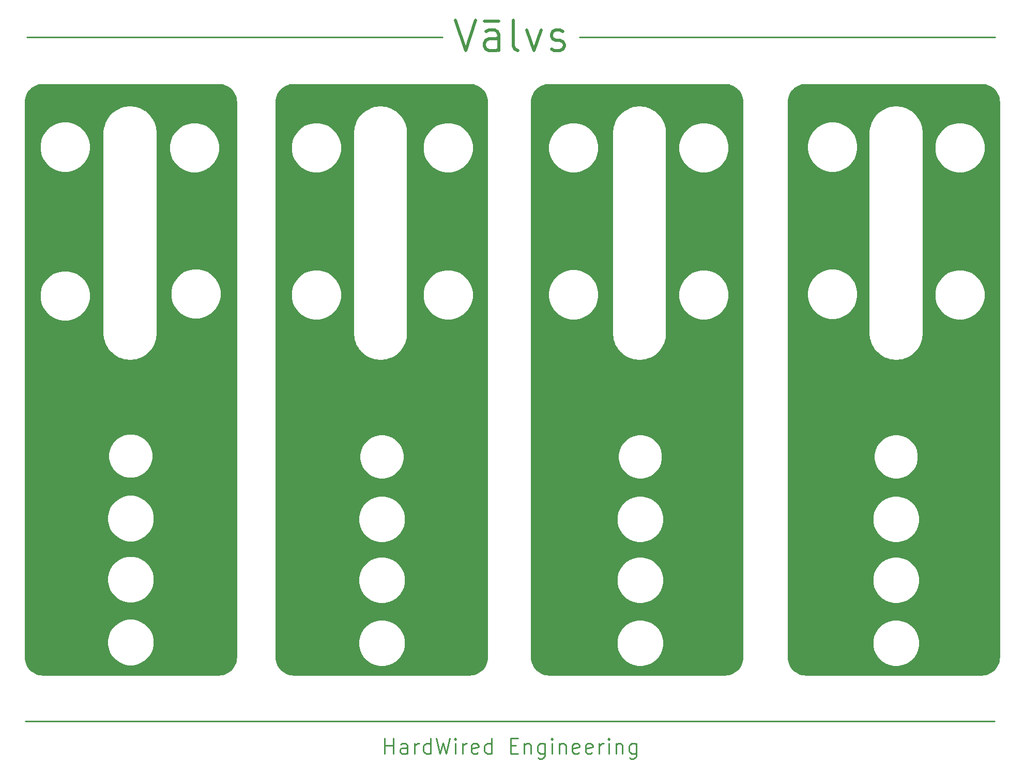
<source format=gtl>
%TF.GenerationSoftware,KiCad,Pcbnew,(5.1.6-0-10_14)*%
%TF.CreationDate,2022-01-19T09:36:17+00:00*%
%TF.ProjectId,Quad Tube VCA Panel,51756164-2054-4756-9265-205643412050,rev?*%
%TF.SameCoordinates,Original*%
%TF.FileFunction,Copper,L1,Top*%
%TF.FilePolarity,Positive*%
%FSLAX46Y46*%
G04 Gerber Fmt 4.6, Leading zero omitted, Abs format (unit mm)*
G04 Created by KiCad (PCBNEW (5.1.6-0-10_14)) date 2022-01-19 09:36:17*
%MOMM*%
%LPD*%
G01*
G04 APERTURE LIST*
%TA.AperFunction,NonConductor*%
%ADD10C,0.250000*%
%TD*%
%TA.AperFunction,NonConductor*%
%ADD11C,0.500000*%
%TD*%
%TA.AperFunction,Conductor*%
%ADD12C,0.250000*%
%TD*%
%TA.AperFunction,NonConductor*%
%ADD13C,0.254000*%
%TD*%
G04 APERTURE END LIST*
D10*
X67415761Y-186550952D02*
X67415761Y-184050952D01*
X67415761Y-185241428D02*
X68844333Y-185241428D01*
X68844333Y-186550952D02*
X68844333Y-184050952D01*
X71106238Y-186550952D02*
X71106238Y-185241428D01*
X70987190Y-185003333D01*
X70749095Y-184884285D01*
X70272904Y-184884285D01*
X70034809Y-185003333D01*
X71106238Y-186431904D02*
X70868142Y-186550952D01*
X70272904Y-186550952D01*
X70034809Y-186431904D01*
X69915761Y-186193809D01*
X69915761Y-185955714D01*
X70034809Y-185717619D01*
X70272904Y-185598571D01*
X70868142Y-185598571D01*
X71106238Y-185479523D01*
X72296714Y-186550952D02*
X72296714Y-184884285D01*
X72296714Y-185360476D02*
X72415761Y-185122380D01*
X72534809Y-185003333D01*
X72772904Y-184884285D01*
X73011000Y-184884285D01*
X74915761Y-186550952D02*
X74915761Y-184050952D01*
X74915761Y-186431904D02*
X74677666Y-186550952D01*
X74201476Y-186550952D01*
X73963380Y-186431904D01*
X73844333Y-186312857D01*
X73725285Y-186074761D01*
X73725285Y-185360476D01*
X73844333Y-185122380D01*
X73963380Y-185003333D01*
X74201476Y-184884285D01*
X74677666Y-184884285D01*
X74915761Y-185003333D01*
X75868142Y-184050952D02*
X76463380Y-186550952D01*
X76939571Y-184765238D01*
X77415761Y-186550952D01*
X78011000Y-184050952D01*
X78963380Y-186550952D02*
X78963380Y-184884285D01*
X78963380Y-184050952D02*
X78844333Y-184170000D01*
X78963380Y-184289047D01*
X79082428Y-184170000D01*
X78963380Y-184050952D01*
X78963380Y-184289047D01*
X80153857Y-186550952D02*
X80153857Y-184884285D01*
X80153857Y-185360476D02*
X80272904Y-185122380D01*
X80391952Y-185003333D01*
X80630047Y-184884285D01*
X80868142Y-184884285D01*
X82653857Y-186431904D02*
X82415761Y-186550952D01*
X81939571Y-186550952D01*
X81701476Y-186431904D01*
X81582428Y-186193809D01*
X81582428Y-185241428D01*
X81701476Y-185003333D01*
X81939571Y-184884285D01*
X82415761Y-184884285D01*
X82653857Y-185003333D01*
X82772904Y-185241428D01*
X82772904Y-185479523D01*
X81582428Y-185717619D01*
X84915761Y-186550952D02*
X84915761Y-184050952D01*
X84915761Y-186431904D02*
X84677666Y-186550952D01*
X84201476Y-186550952D01*
X83963380Y-186431904D01*
X83844333Y-186312857D01*
X83725285Y-186074761D01*
X83725285Y-185360476D01*
X83844333Y-185122380D01*
X83963380Y-185003333D01*
X84201476Y-184884285D01*
X84677666Y-184884285D01*
X84915761Y-185003333D01*
X88011000Y-185241428D02*
X88844333Y-185241428D01*
X89201476Y-186550952D02*
X88011000Y-186550952D01*
X88011000Y-184050952D01*
X89201476Y-184050952D01*
X90272904Y-184884285D02*
X90272904Y-186550952D01*
X90272904Y-185122380D02*
X90391952Y-185003333D01*
X90630047Y-184884285D01*
X90987190Y-184884285D01*
X91225285Y-185003333D01*
X91344333Y-185241428D01*
X91344333Y-186550952D01*
X93606238Y-184884285D02*
X93606238Y-186908095D01*
X93487190Y-187146190D01*
X93368142Y-187265238D01*
X93130047Y-187384285D01*
X92772904Y-187384285D01*
X92534809Y-187265238D01*
X93606238Y-186431904D02*
X93368142Y-186550952D01*
X92891952Y-186550952D01*
X92653857Y-186431904D01*
X92534809Y-186312857D01*
X92415761Y-186074761D01*
X92415761Y-185360476D01*
X92534809Y-185122380D01*
X92653857Y-185003333D01*
X92891952Y-184884285D01*
X93368142Y-184884285D01*
X93606238Y-185003333D01*
X94796714Y-186550952D02*
X94796714Y-184884285D01*
X94796714Y-184050952D02*
X94677666Y-184170000D01*
X94796714Y-184289047D01*
X94915761Y-184170000D01*
X94796714Y-184050952D01*
X94796714Y-184289047D01*
X95987190Y-184884285D02*
X95987190Y-186550952D01*
X95987190Y-185122380D02*
X96106238Y-185003333D01*
X96344333Y-184884285D01*
X96701476Y-184884285D01*
X96939571Y-185003333D01*
X97058619Y-185241428D01*
X97058619Y-186550952D01*
X99201476Y-186431904D02*
X98963380Y-186550952D01*
X98487190Y-186550952D01*
X98249095Y-186431904D01*
X98130047Y-186193809D01*
X98130047Y-185241428D01*
X98249095Y-185003333D01*
X98487190Y-184884285D01*
X98963380Y-184884285D01*
X99201476Y-185003333D01*
X99320523Y-185241428D01*
X99320523Y-185479523D01*
X98130047Y-185717619D01*
X101344333Y-186431904D02*
X101106238Y-186550952D01*
X100630047Y-186550952D01*
X100391952Y-186431904D01*
X100272904Y-186193809D01*
X100272904Y-185241428D01*
X100391952Y-185003333D01*
X100630047Y-184884285D01*
X101106238Y-184884285D01*
X101344333Y-185003333D01*
X101463380Y-185241428D01*
X101463380Y-185479523D01*
X100272904Y-185717619D01*
X102534809Y-186550952D02*
X102534809Y-184884285D01*
X102534809Y-185360476D02*
X102653857Y-185122380D01*
X102772904Y-185003333D01*
X103011000Y-184884285D01*
X103249095Y-184884285D01*
X104082428Y-186550952D02*
X104082428Y-184884285D01*
X104082428Y-184050952D02*
X103963380Y-184170000D01*
X104082428Y-184289047D01*
X104201476Y-184170000D01*
X104082428Y-184050952D01*
X104082428Y-184289047D01*
X105272904Y-184884285D02*
X105272904Y-186550952D01*
X105272904Y-185122380D02*
X105391952Y-185003333D01*
X105630047Y-184884285D01*
X105987190Y-184884285D01*
X106225285Y-185003333D01*
X106344333Y-185241428D01*
X106344333Y-186550952D01*
X108606238Y-184884285D02*
X108606238Y-186908095D01*
X108487190Y-187146190D01*
X108368142Y-187265238D01*
X108130047Y-187384285D01*
X107772904Y-187384285D01*
X107534809Y-187265238D01*
X108606238Y-186431904D02*
X108368142Y-186550952D01*
X107891952Y-186550952D01*
X107653857Y-186431904D01*
X107534809Y-186312857D01*
X107415761Y-186074761D01*
X107415761Y-185360476D01*
X107534809Y-185122380D01*
X107653857Y-185003333D01*
X107891952Y-184884285D01*
X108368142Y-184884285D01*
X108606238Y-185003333D01*
D11*
X78971333Y-66222904D02*
X80638000Y-71222904D01*
X82304666Y-66222904D01*
X86114190Y-71222904D02*
X86114190Y-68603857D01*
X85876095Y-68127666D01*
X85399904Y-67889571D01*
X84447523Y-67889571D01*
X83971333Y-68127666D01*
X86114190Y-70984809D02*
X85638000Y-71222904D01*
X84447523Y-71222904D01*
X83971333Y-70984809D01*
X83733238Y-70508619D01*
X83733238Y-70032428D01*
X83971333Y-69556238D01*
X84447523Y-69318142D01*
X85638000Y-69318142D01*
X86114190Y-69080047D01*
X83733238Y-66461000D02*
X86114190Y-66461000D01*
X89209428Y-71222904D02*
X88733238Y-70984809D01*
X88495142Y-70508619D01*
X88495142Y-66222904D01*
X90638000Y-67889571D02*
X91828476Y-71222904D01*
X93018952Y-67889571D01*
X94685619Y-70984809D02*
X95161809Y-71222904D01*
X96114190Y-71222904D01*
X96590380Y-70984809D01*
X96828476Y-70508619D01*
X96828476Y-70270523D01*
X96590380Y-69794333D01*
X96114190Y-69556238D01*
X95399904Y-69556238D01*
X94923714Y-69318142D01*
X94685619Y-68841952D01*
X94685619Y-68603857D01*
X94923714Y-68127666D01*
X95399904Y-67889571D01*
X96114190Y-67889571D01*
X96590380Y-68127666D01*
D12*
X8509000Y-181229000D02*
X157480000Y-181229000D01*
X157480000Y-181229000D02*
X167259000Y-181229000D01*
X8763000Y-69088000D02*
X76835000Y-69088000D01*
X99314000Y-69088000D02*
X167386000Y-69088000D01*
D13*
G36*
X40501646Y-76825088D02*
G01*
X40819266Y-76879053D01*
X41128818Y-76968234D01*
X41426468Y-77091525D01*
X41708421Y-77247354D01*
X41971156Y-77433776D01*
X42211376Y-77648449D01*
X42426049Y-77888669D01*
X42612471Y-78151404D01*
X42768300Y-78433357D01*
X42891591Y-78731007D01*
X42980772Y-79040559D01*
X43034737Y-79358179D01*
X43053000Y-79683385D01*
X43053000Y-170704265D01*
X43034737Y-171029471D01*
X42980772Y-171347091D01*
X42891591Y-171656643D01*
X42768300Y-171954293D01*
X42612471Y-172236246D01*
X42426049Y-172498981D01*
X42211376Y-172739201D01*
X41971156Y-172953874D01*
X41708421Y-173140296D01*
X41426468Y-173296125D01*
X41128818Y-173419416D01*
X40819266Y-173508597D01*
X40501646Y-173562562D01*
X40176440Y-173580825D01*
X11385560Y-173580825D01*
X11060354Y-173562562D01*
X10742734Y-173508597D01*
X10433182Y-173419416D01*
X10135532Y-173296125D01*
X9853579Y-173140296D01*
X9590844Y-172953874D01*
X9350624Y-172739201D01*
X9135951Y-172498981D01*
X8949529Y-172236246D01*
X8793700Y-171954293D01*
X8670409Y-171656643D01*
X8581228Y-171347091D01*
X8527263Y-171029471D01*
X8509000Y-170704265D01*
X8509000Y-167894693D01*
X21919683Y-167894693D01*
X21919683Y-168655307D01*
X22068071Y-169401305D01*
X22359145Y-170104019D01*
X22781719Y-170736446D01*
X23319554Y-171274281D01*
X23951981Y-171696855D01*
X24654695Y-171987929D01*
X25400693Y-172136317D01*
X26161307Y-172136317D01*
X26907305Y-171987929D01*
X27610019Y-171696855D01*
X28242446Y-171274281D01*
X28780281Y-170736446D01*
X29202855Y-170104019D01*
X29493929Y-169401305D01*
X29642317Y-168655307D01*
X29642317Y-167894693D01*
X29493929Y-167148695D01*
X29202855Y-166445981D01*
X28780281Y-165813554D01*
X28242446Y-165275719D01*
X27610019Y-164853145D01*
X26907305Y-164562071D01*
X26161307Y-164413683D01*
X25400693Y-164413683D01*
X24654695Y-164562071D01*
X23951981Y-164853145D01*
X23319554Y-165275719D01*
X22781719Y-165813554D01*
X22359145Y-166445981D01*
X22068071Y-167148695D01*
X21919683Y-167894693D01*
X8509000Y-167894693D01*
X8509000Y-157582693D01*
X21919683Y-157582693D01*
X21919683Y-158343307D01*
X22068071Y-159089305D01*
X22359145Y-159792019D01*
X22781719Y-160424446D01*
X23319554Y-160962281D01*
X23951981Y-161384855D01*
X24654695Y-161675929D01*
X25400693Y-161824317D01*
X26161307Y-161824317D01*
X26907305Y-161675929D01*
X27610019Y-161384855D01*
X28242446Y-160962281D01*
X28780281Y-160424446D01*
X29202855Y-159792019D01*
X29493929Y-159089305D01*
X29642317Y-158343307D01*
X29642317Y-157582693D01*
X29493929Y-156836695D01*
X29202855Y-156133981D01*
X28780281Y-155501554D01*
X28242446Y-154963719D01*
X27610019Y-154541145D01*
X26907305Y-154250071D01*
X26161307Y-154101683D01*
X25400693Y-154101683D01*
X24654695Y-154250071D01*
X23951981Y-154541145D01*
X23319554Y-154963719D01*
X22781719Y-155501554D01*
X22359145Y-156133981D01*
X22068071Y-156836695D01*
X21919683Y-157582693D01*
X8509000Y-157582693D01*
X8509000Y-147574693D01*
X21919683Y-147574693D01*
X21919683Y-148335307D01*
X22068071Y-149081305D01*
X22359145Y-149784019D01*
X22781719Y-150416446D01*
X23319554Y-150954281D01*
X23951981Y-151376855D01*
X24654695Y-151667929D01*
X25400693Y-151816317D01*
X26161307Y-151816317D01*
X26907305Y-151667929D01*
X27610019Y-151376855D01*
X28242446Y-150954281D01*
X28780281Y-150416446D01*
X29202855Y-149784019D01*
X29493929Y-149081305D01*
X29642317Y-148335307D01*
X29642317Y-147574693D01*
X29493929Y-146828695D01*
X29202855Y-146125981D01*
X28780281Y-145493554D01*
X28242446Y-144955719D01*
X27610019Y-144533145D01*
X26907305Y-144242071D01*
X26161307Y-144093683D01*
X25400693Y-144093683D01*
X24654695Y-144242071D01*
X23951981Y-144533145D01*
X23319554Y-144955719D01*
X22781719Y-145493554D01*
X22359145Y-146125981D01*
X22068071Y-146828695D01*
X21919683Y-147574693D01*
X8509000Y-147574693D01*
X8509000Y-137355297D01*
X22118720Y-137355297D01*
X22118720Y-138076703D01*
X22259460Y-138784248D01*
X22535530Y-139450740D01*
X22936322Y-140050567D01*
X23446433Y-140560678D01*
X24046260Y-140961470D01*
X24712752Y-141237540D01*
X25420297Y-141378280D01*
X26141703Y-141378280D01*
X26849248Y-141237540D01*
X27515740Y-140961470D01*
X28115567Y-140560678D01*
X28625678Y-140050567D01*
X29026470Y-139450740D01*
X29302540Y-138784248D01*
X29443280Y-138076703D01*
X29443280Y-137355297D01*
X29302540Y-136647752D01*
X29026470Y-135981260D01*
X28625678Y-135381433D01*
X28115567Y-134871322D01*
X27515740Y-134470530D01*
X26849248Y-134194460D01*
X26141703Y-134053720D01*
X25420297Y-134053720D01*
X24712752Y-134194460D01*
X24046260Y-134470530D01*
X23446433Y-134871322D01*
X22936322Y-135381433D01*
X22535530Y-135981260D01*
X22259460Y-136647752D01*
X22118720Y-137355297D01*
X8509000Y-137355297D01*
X8509000Y-117634418D01*
X21184000Y-117634418D01*
X21186975Y-117664626D01*
X21186809Y-117688416D01*
X21187709Y-117697587D01*
X21265433Y-118437095D01*
X21277458Y-118495675D01*
X21288670Y-118554453D01*
X21291334Y-118563274D01*
X21511217Y-119273601D01*
X21534392Y-119328731D01*
X21556806Y-119384210D01*
X21561133Y-119392346D01*
X21914799Y-120046437D01*
X21948244Y-120096021D01*
X21981004Y-120146084D01*
X21986828Y-120153225D01*
X22460805Y-120726165D01*
X22503241Y-120768305D01*
X22545104Y-120811055D01*
X22552205Y-120816928D01*
X23128439Y-121286893D01*
X23178247Y-121319986D01*
X23227621Y-121353793D01*
X23235727Y-121358176D01*
X23892271Y-121707266D01*
X23947586Y-121730065D01*
X24002558Y-121753626D01*
X24011361Y-121756351D01*
X24723206Y-121971270D01*
X24781901Y-121982892D01*
X24840397Y-121995326D01*
X24849562Y-121996289D01*
X25589595Y-122068850D01*
X25618426Y-122068850D01*
X25647092Y-122071964D01*
X25656308Y-122071996D01*
X25682906Y-122071903D01*
X25711586Y-122068990D01*
X25740416Y-122069191D01*
X25749587Y-122068291D01*
X26489095Y-121990567D01*
X26547675Y-121978542D01*
X26606453Y-121967330D01*
X26615274Y-121964666D01*
X27325601Y-121744783D01*
X27380731Y-121721608D01*
X27436210Y-121699194D01*
X27444346Y-121694867D01*
X28098437Y-121341201D01*
X28148021Y-121307756D01*
X28198084Y-121274996D01*
X28205225Y-121269172D01*
X28778165Y-120795195D01*
X28820305Y-120752759D01*
X28863055Y-120710896D01*
X28868928Y-120703795D01*
X29338893Y-120127561D01*
X29371986Y-120077753D01*
X29405793Y-120028379D01*
X29410176Y-120020273D01*
X29759266Y-119363729D01*
X29782065Y-119308414D01*
X29805626Y-119253442D01*
X29808351Y-119244639D01*
X30023270Y-118532794D01*
X30034892Y-118474099D01*
X30047326Y-118415603D01*
X30048289Y-118406438D01*
X30120850Y-117666405D01*
X30120850Y-117666402D01*
X30124000Y-117634419D01*
X30124000Y-110715288D01*
X32289128Y-110715288D01*
X32289128Y-111534712D01*
X32448989Y-112338390D01*
X32762569Y-113095438D01*
X33217816Y-113776764D01*
X33797236Y-114356184D01*
X34478562Y-114811431D01*
X35235610Y-115125011D01*
X36039288Y-115284872D01*
X36858712Y-115284872D01*
X37662390Y-115125011D01*
X38419438Y-114811431D01*
X39100764Y-114356184D01*
X39680184Y-113776764D01*
X40135431Y-113095438D01*
X40449011Y-112338390D01*
X40608872Y-111534712D01*
X40608872Y-110715288D01*
X40449011Y-109911610D01*
X40135431Y-109154562D01*
X39680184Y-108473236D01*
X39100764Y-107893816D01*
X38419438Y-107438569D01*
X37662390Y-107124989D01*
X36858712Y-106965128D01*
X36039288Y-106965128D01*
X35235610Y-107124989D01*
X34478562Y-107438569D01*
X33797236Y-107893816D01*
X33217816Y-108473236D01*
X32762569Y-109154562D01*
X32448989Y-109911610D01*
X32289128Y-110715288D01*
X30124000Y-110715288D01*
X30124000Y-86752288D01*
X32056128Y-86752288D01*
X32056128Y-87571712D01*
X32215989Y-88375390D01*
X32529569Y-89132438D01*
X32984816Y-89813764D01*
X33564236Y-90393184D01*
X34245562Y-90848431D01*
X35002610Y-91162011D01*
X35806288Y-91321872D01*
X36625712Y-91321872D01*
X37429390Y-91162011D01*
X38186438Y-90848431D01*
X38867764Y-90393184D01*
X39447184Y-89813764D01*
X39902431Y-89132438D01*
X40216011Y-88375390D01*
X40375872Y-87571712D01*
X40375872Y-86752288D01*
X40216011Y-85948610D01*
X39902431Y-85191562D01*
X39447184Y-84510236D01*
X38867764Y-83930816D01*
X38186438Y-83475569D01*
X37429390Y-83161989D01*
X36625712Y-83002128D01*
X35806288Y-83002128D01*
X35002610Y-83161989D01*
X34245562Y-83475569D01*
X33564236Y-83930816D01*
X32984816Y-84510236D01*
X32529569Y-85191562D01*
X32215989Y-85948610D01*
X32056128Y-86752288D01*
X30124000Y-86752288D01*
X30124000Y-84676581D01*
X30121025Y-84646373D01*
X30121191Y-84622583D01*
X30120291Y-84613412D01*
X30042566Y-83873905D01*
X30030541Y-83815325D01*
X30019329Y-83756547D01*
X30016666Y-83747725D01*
X29796783Y-83037399D01*
X29773595Y-82982236D01*
X29751193Y-82926790D01*
X29746867Y-82918654D01*
X29393201Y-82264563D01*
X29359756Y-82214979D01*
X29326996Y-82164916D01*
X29321172Y-82157775D01*
X28847195Y-81584835D01*
X28804759Y-81542695D01*
X28762896Y-81499945D01*
X28755795Y-81494072D01*
X28179561Y-81024107D01*
X28129768Y-80991025D01*
X28080379Y-80957207D01*
X28072273Y-80952824D01*
X27415729Y-80603734D01*
X27360428Y-80580941D01*
X27305443Y-80557374D01*
X27296640Y-80554649D01*
X26584794Y-80339730D01*
X26526100Y-80328108D01*
X26467603Y-80315674D01*
X26458438Y-80314711D01*
X25718405Y-80242150D01*
X25689573Y-80242150D01*
X25660907Y-80239036D01*
X25651692Y-80239004D01*
X25625093Y-80239097D01*
X25596413Y-80242010D01*
X25567583Y-80241809D01*
X25558412Y-80242709D01*
X24818905Y-80320434D01*
X24760325Y-80332459D01*
X24701547Y-80343671D01*
X24692725Y-80346334D01*
X23982399Y-80566217D01*
X23927236Y-80589405D01*
X23871790Y-80611807D01*
X23863654Y-80616133D01*
X23209563Y-80969799D01*
X23159979Y-81003244D01*
X23109916Y-81036004D01*
X23102775Y-81041828D01*
X22529835Y-81515805D01*
X22487695Y-81558241D01*
X22444945Y-81600104D01*
X22439072Y-81607205D01*
X21969107Y-82183439D01*
X21936025Y-82233232D01*
X21902207Y-82282621D01*
X21897824Y-82290727D01*
X21548734Y-82947271D01*
X21525941Y-83002572D01*
X21502374Y-83057557D01*
X21499649Y-83066360D01*
X21284730Y-83778206D01*
X21273108Y-83836900D01*
X21260674Y-83895397D01*
X21259711Y-83904562D01*
X21187150Y-84644595D01*
X21187150Y-84644608D01*
X21184001Y-84676581D01*
X21184000Y-117634418D01*
X8509000Y-117634418D01*
X8509000Y-111040288D01*
X10868128Y-111040288D01*
X10868128Y-111859712D01*
X11027989Y-112663390D01*
X11341569Y-113420438D01*
X11796816Y-114101764D01*
X12376236Y-114681184D01*
X13057562Y-115136431D01*
X13814610Y-115450011D01*
X14618288Y-115609872D01*
X15437712Y-115609872D01*
X16241390Y-115450011D01*
X16998438Y-115136431D01*
X17679764Y-114681184D01*
X18259184Y-114101764D01*
X18714431Y-113420438D01*
X19028011Y-112663390D01*
X19187872Y-111859712D01*
X19187872Y-111040288D01*
X19028011Y-110236610D01*
X18714431Y-109479562D01*
X18259184Y-108798236D01*
X17679764Y-108218816D01*
X16998438Y-107763569D01*
X16241390Y-107449989D01*
X15437712Y-107290128D01*
X14618288Y-107290128D01*
X13814610Y-107449989D01*
X13057562Y-107763569D01*
X12376236Y-108218816D01*
X11796816Y-108798236D01*
X11341569Y-109479562D01*
X11027989Y-110236610D01*
X10868128Y-111040288D01*
X8509000Y-111040288D01*
X8509000Y-86625288D01*
X10868128Y-86625288D01*
X10868128Y-87444712D01*
X11027989Y-88248390D01*
X11341569Y-89005438D01*
X11796816Y-89686764D01*
X12376236Y-90266184D01*
X13057562Y-90721431D01*
X13814610Y-91035011D01*
X14618288Y-91194872D01*
X15437712Y-91194872D01*
X16241390Y-91035011D01*
X16998438Y-90721431D01*
X17679764Y-90266184D01*
X18259184Y-89686764D01*
X18714431Y-89005438D01*
X19028011Y-88248390D01*
X19187872Y-87444712D01*
X19187872Y-86625288D01*
X19028011Y-85821610D01*
X18714431Y-85064562D01*
X18259184Y-84383236D01*
X17679764Y-83803816D01*
X16998438Y-83348569D01*
X16241390Y-83034989D01*
X15437712Y-82875128D01*
X14618288Y-82875128D01*
X13814610Y-83034989D01*
X13057562Y-83348569D01*
X12376236Y-83803816D01*
X11796816Y-84383236D01*
X11341569Y-85064562D01*
X11027989Y-85821610D01*
X10868128Y-86625288D01*
X8509000Y-86625288D01*
X8509000Y-79683385D01*
X8527263Y-79358179D01*
X8581228Y-79040559D01*
X8670409Y-78731007D01*
X8793700Y-78433357D01*
X8949529Y-78151404D01*
X9135951Y-77888669D01*
X9350624Y-77648449D01*
X9590844Y-77433776D01*
X9853579Y-77247354D01*
X10135532Y-77091525D01*
X10433182Y-76968234D01*
X10742734Y-76879053D01*
X11060354Y-76825088D01*
X11385560Y-76806825D01*
X40176440Y-76806825D01*
X40501646Y-76825088D01*
G37*
X40501646Y-76825088D02*
X40819266Y-76879053D01*
X41128818Y-76968234D01*
X41426468Y-77091525D01*
X41708421Y-77247354D01*
X41971156Y-77433776D01*
X42211376Y-77648449D01*
X42426049Y-77888669D01*
X42612471Y-78151404D01*
X42768300Y-78433357D01*
X42891591Y-78731007D01*
X42980772Y-79040559D01*
X43034737Y-79358179D01*
X43053000Y-79683385D01*
X43053000Y-170704265D01*
X43034737Y-171029471D01*
X42980772Y-171347091D01*
X42891591Y-171656643D01*
X42768300Y-171954293D01*
X42612471Y-172236246D01*
X42426049Y-172498981D01*
X42211376Y-172739201D01*
X41971156Y-172953874D01*
X41708421Y-173140296D01*
X41426468Y-173296125D01*
X41128818Y-173419416D01*
X40819266Y-173508597D01*
X40501646Y-173562562D01*
X40176440Y-173580825D01*
X11385560Y-173580825D01*
X11060354Y-173562562D01*
X10742734Y-173508597D01*
X10433182Y-173419416D01*
X10135532Y-173296125D01*
X9853579Y-173140296D01*
X9590844Y-172953874D01*
X9350624Y-172739201D01*
X9135951Y-172498981D01*
X8949529Y-172236246D01*
X8793700Y-171954293D01*
X8670409Y-171656643D01*
X8581228Y-171347091D01*
X8527263Y-171029471D01*
X8509000Y-170704265D01*
X8509000Y-167894693D01*
X21919683Y-167894693D01*
X21919683Y-168655307D01*
X22068071Y-169401305D01*
X22359145Y-170104019D01*
X22781719Y-170736446D01*
X23319554Y-171274281D01*
X23951981Y-171696855D01*
X24654695Y-171987929D01*
X25400693Y-172136317D01*
X26161307Y-172136317D01*
X26907305Y-171987929D01*
X27610019Y-171696855D01*
X28242446Y-171274281D01*
X28780281Y-170736446D01*
X29202855Y-170104019D01*
X29493929Y-169401305D01*
X29642317Y-168655307D01*
X29642317Y-167894693D01*
X29493929Y-167148695D01*
X29202855Y-166445981D01*
X28780281Y-165813554D01*
X28242446Y-165275719D01*
X27610019Y-164853145D01*
X26907305Y-164562071D01*
X26161307Y-164413683D01*
X25400693Y-164413683D01*
X24654695Y-164562071D01*
X23951981Y-164853145D01*
X23319554Y-165275719D01*
X22781719Y-165813554D01*
X22359145Y-166445981D01*
X22068071Y-167148695D01*
X21919683Y-167894693D01*
X8509000Y-167894693D01*
X8509000Y-157582693D01*
X21919683Y-157582693D01*
X21919683Y-158343307D01*
X22068071Y-159089305D01*
X22359145Y-159792019D01*
X22781719Y-160424446D01*
X23319554Y-160962281D01*
X23951981Y-161384855D01*
X24654695Y-161675929D01*
X25400693Y-161824317D01*
X26161307Y-161824317D01*
X26907305Y-161675929D01*
X27610019Y-161384855D01*
X28242446Y-160962281D01*
X28780281Y-160424446D01*
X29202855Y-159792019D01*
X29493929Y-159089305D01*
X29642317Y-158343307D01*
X29642317Y-157582693D01*
X29493929Y-156836695D01*
X29202855Y-156133981D01*
X28780281Y-155501554D01*
X28242446Y-154963719D01*
X27610019Y-154541145D01*
X26907305Y-154250071D01*
X26161307Y-154101683D01*
X25400693Y-154101683D01*
X24654695Y-154250071D01*
X23951981Y-154541145D01*
X23319554Y-154963719D01*
X22781719Y-155501554D01*
X22359145Y-156133981D01*
X22068071Y-156836695D01*
X21919683Y-157582693D01*
X8509000Y-157582693D01*
X8509000Y-147574693D01*
X21919683Y-147574693D01*
X21919683Y-148335307D01*
X22068071Y-149081305D01*
X22359145Y-149784019D01*
X22781719Y-150416446D01*
X23319554Y-150954281D01*
X23951981Y-151376855D01*
X24654695Y-151667929D01*
X25400693Y-151816317D01*
X26161307Y-151816317D01*
X26907305Y-151667929D01*
X27610019Y-151376855D01*
X28242446Y-150954281D01*
X28780281Y-150416446D01*
X29202855Y-149784019D01*
X29493929Y-149081305D01*
X29642317Y-148335307D01*
X29642317Y-147574693D01*
X29493929Y-146828695D01*
X29202855Y-146125981D01*
X28780281Y-145493554D01*
X28242446Y-144955719D01*
X27610019Y-144533145D01*
X26907305Y-144242071D01*
X26161307Y-144093683D01*
X25400693Y-144093683D01*
X24654695Y-144242071D01*
X23951981Y-144533145D01*
X23319554Y-144955719D01*
X22781719Y-145493554D01*
X22359145Y-146125981D01*
X22068071Y-146828695D01*
X21919683Y-147574693D01*
X8509000Y-147574693D01*
X8509000Y-137355297D01*
X22118720Y-137355297D01*
X22118720Y-138076703D01*
X22259460Y-138784248D01*
X22535530Y-139450740D01*
X22936322Y-140050567D01*
X23446433Y-140560678D01*
X24046260Y-140961470D01*
X24712752Y-141237540D01*
X25420297Y-141378280D01*
X26141703Y-141378280D01*
X26849248Y-141237540D01*
X27515740Y-140961470D01*
X28115567Y-140560678D01*
X28625678Y-140050567D01*
X29026470Y-139450740D01*
X29302540Y-138784248D01*
X29443280Y-138076703D01*
X29443280Y-137355297D01*
X29302540Y-136647752D01*
X29026470Y-135981260D01*
X28625678Y-135381433D01*
X28115567Y-134871322D01*
X27515740Y-134470530D01*
X26849248Y-134194460D01*
X26141703Y-134053720D01*
X25420297Y-134053720D01*
X24712752Y-134194460D01*
X24046260Y-134470530D01*
X23446433Y-134871322D01*
X22936322Y-135381433D01*
X22535530Y-135981260D01*
X22259460Y-136647752D01*
X22118720Y-137355297D01*
X8509000Y-137355297D01*
X8509000Y-117634418D01*
X21184000Y-117634418D01*
X21186975Y-117664626D01*
X21186809Y-117688416D01*
X21187709Y-117697587D01*
X21265433Y-118437095D01*
X21277458Y-118495675D01*
X21288670Y-118554453D01*
X21291334Y-118563274D01*
X21511217Y-119273601D01*
X21534392Y-119328731D01*
X21556806Y-119384210D01*
X21561133Y-119392346D01*
X21914799Y-120046437D01*
X21948244Y-120096021D01*
X21981004Y-120146084D01*
X21986828Y-120153225D01*
X22460805Y-120726165D01*
X22503241Y-120768305D01*
X22545104Y-120811055D01*
X22552205Y-120816928D01*
X23128439Y-121286893D01*
X23178247Y-121319986D01*
X23227621Y-121353793D01*
X23235727Y-121358176D01*
X23892271Y-121707266D01*
X23947586Y-121730065D01*
X24002558Y-121753626D01*
X24011361Y-121756351D01*
X24723206Y-121971270D01*
X24781901Y-121982892D01*
X24840397Y-121995326D01*
X24849562Y-121996289D01*
X25589595Y-122068850D01*
X25618426Y-122068850D01*
X25647092Y-122071964D01*
X25656308Y-122071996D01*
X25682906Y-122071903D01*
X25711586Y-122068990D01*
X25740416Y-122069191D01*
X25749587Y-122068291D01*
X26489095Y-121990567D01*
X26547675Y-121978542D01*
X26606453Y-121967330D01*
X26615274Y-121964666D01*
X27325601Y-121744783D01*
X27380731Y-121721608D01*
X27436210Y-121699194D01*
X27444346Y-121694867D01*
X28098437Y-121341201D01*
X28148021Y-121307756D01*
X28198084Y-121274996D01*
X28205225Y-121269172D01*
X28778165Y-120795195D01*
X28820305Y-120752759D01*
X28863055Y-120710896D01*
X28868928Y-120703795D01*
X29338893Y-120127561D01*
X29371986Y-120077753D01*
X29405793Y-120028379D01*
X29410176Y-120020273D01*
X29759266Y-119363729D01*
X29782065Y-119308414D01*
X29805626Y-119253442D01*
X29808351Y-119244639D01*
X30023270Y-118532794D01*
X30034892Y-118474099D01*
X30047326Y-118415603D01*
X30048289Y-118406438D01*
X30120850Y-117666405D01*
X30120850Y-117666402D01*
X30124000Y-117634419D01*
X30124000Y-110715288D01*
X32289128Y-110715288D01*
X32289128Y-111534712D01*
X32448989Y-112338390D01*
X32762569Y-113095438D01*
X33217816Y-113776764D01*
X33797236Y-114356184D01*
X34478562Y-114811431D01*
X35235610Y-115125011D01*
X36039288Y-115284872D01*
X36858712Y-115284872D01*
X37662390Y-115125011D01*
X38419438Y-114811431D01*
X39100764Y-114356184D01*
X39680184Y-113776764D01*
X40135431Y-113095438D01*
X40449011Y-112338390D01*
X40608872Y-111534712D01*
X40608872Y-110715288D01*
X40449011Y-109911610D01*
X40135431Y-109154562D01*
X39680184Y-108473236D01*
X39100764Y-107893816D01*
X38419438Y-107438569D01*
X37662390Y-107124989D01*
X36858712Y-106965128D01*
X36039288Y-106965128D01*
X35235610Y-107124989D01*
X34478562Y-107438569D01*
X33797236Y-107893816D01*
X33217816Y-108473236D01*
X32762569Y-109154562D01*
X32448989Y-109911610D01*
X32289128Y-110715288D01*
X30124000Y-110715288D01*
X30124000Y-86752288D01*
X32056128Y-86752288D01*
X32056128Y-87571712D01*
X32215989Y-88375390D01*
X32529569Y-89132438D01*
X32984816Y-89813764D01*
X33564236Y-90393184D01*
X34245562Y-90848431D01*
X35002610Y-91162011D01*
X35806288Y-91321872D01*
X36625712Y-91321872D01*
X37429390Y-91162011D01*
X38186438Y-90848431D01*
X38867764Y-90393184D01*
X39447184Y-89813764D01*
X39902431Y-89132438D01*
X40216011Y-88375390D01*
X40375872Y-87571712D01*
X40375872Y-86752288D01*
X40216011Y-85948610D01*
X39902431Y-85191562D01*
X39447184Y-84510236D01*
X38867764Y-83930816D01*
X38186438Y-83475569D01*
X37429390Y-83161989D01*
X36625712Y-83002128D01*
X35806288Y-83002128D01*
X35002610Y-83161989D01*
X34245562Y-83475569D01*
X33564236Y-83930816D01*
X32984816Y-84510236D01*
X32529569Y-85191562D01*
X32215989Y-85948610D01*
X32056128Y-86752288D01*
X30124000Y-86752288D01*
X30124000Y-84676581D01*
X30121025Y-84646373D01*
X30121191Y-84622583D01*
X30120291Y-84613412D01*
X30042566Y-83873905D01*
X30030541Y-83815325D01*
X30019329Y-83756547D01*
X30016666Y-83747725D01*
X29796783Y-83037399D01*
X29773595Y-82982236D01*
X29751193Y-82926790D01*
X29746867Y-82918654D01*
X29393201Y-82264563D01*
X29359756Y-82214979D01*
X29326996Y-82164916D01*
X29321172Y-82157775D01*
X28847195Y-81584835D01*
X28804759Y-81542695D01*
X28762896Y-81499945D01*
X28755795Y-81494072D01*
X28179561Y-81024107D01*
X28129768Y-80991025D01*
X28080379Y-80957207D01*
X28072273Y-80952824D01*
X27415729Y-80603734D01*
X27360428Y-80580941D01*
X27305443Y-80557374D01*
X27296640Y-80554649D01*
X26584794Y-80339730D01*
X26526100Y-80328108D01*
X26467603Y-80315674D01*
X26458438Y-80314711D01*
X25718405Y-80242150D01*
X25689573Y-80242150D01*
X25660907Y-80239036D01*
X25651692Y-80239004D01*
X25625093Y-80239097D01*
X25596413Y-80242010D01*
X25567583Y-80241809D01*
X25558412Y-80242709D01*
X24818905Y-80320434D01*
X24760325Y-80332459D01*
X24701547Y-80343671D01*
X24692725Y-80346334D01*
X23982399Y-80566217D01*
X23927236Y-80589405D01*
X23871790Y-80611807D01*
X23863654Y-80616133D01*
X23209563Y-80969799D01*
X23159979Y-81003244D01*
X23109916Y-81036004D01*
X23102775Y-81041828D01*
X22529835Y-81515805D01*
X22487695Y-81558241D01*
X22444945Y-81600104D01*
X22439072Y-81607205D01*
X21969107Y-82183439D01*
X21936025Y-82233232D01*
X21902207Y-82282621D01*
X21897824Y-82290727D01*
X21548734Y-82947271D01*
X21525941Y-83002572D01*
X21502374Y-83057557D01*
X21499649Y-83066360D01*
X21284730Y-83778206D01*
X21273108Y-83836900D01*
X21260674Y-83895397D01*
X21259711Y-83904562D01*
X21187150Y-84644595D01*
X21187150Y-84644608D01*
X21184001Y-84676581D01*
X21184000Y-117634418D01*
X8509000Y-117634418D01*
X8509000Y-111040288D01*
X10868128Y-111040288D01*
X10868128Y-111859712D01*
X11027989Y-112663390D01*
X11341569Y-113420438D01*
X11796816Y-114101764D01*
X12376236Y-114681184D01*
X13057562Y-115136431D01*
X13814610Y-115450011D01*
X14618288Y-115609872D01*
X15437712Y-115609872D01*
X16241390Y-115450011D01*
X16998438Y-115136431D01*
X17679764Y-114681184D01*
X18259184Y-114101764D01*
X18714431Y-113420438D01*
X19028011Y-112663390D01*
X19187872Y-111859712D01*
X19187872Y-111040288D01*
X19028011Y-110236610D01*
X18714431Y-109479562D01*
X18259184Y-108798236D01*
X17679764Y-108218816D01*
X16998438Y-107763569D01*
X16241390Y-107449989D01*
X15437712Y-107290128D01*
X14618288Y-107290128D01*
X13814610Y-107449989D01*
X13057562Y-107763569D01*
X12376236Y-108218816D01*
X11796816Y-108798236D01*
X11341569Y-109479562D01*
X11027989Y-110236610D01*
X10868128Y-111040288D01*
X8509000Y-111040288D01*
X8509000Y-86625288D01*
X10868128Y-86625288D01*
X10868128Y-87444712D01*
X11027989Y-88248390D01*
X11341569Y-89005438D01*
X11796816Y-89686764D01*
X12376236Y-90266184D01*
X13057562Y-90721431D01*
X13814610Y-91035011D01*
X14618288Y-91194872D01*
X15437712Y-91194872D01*
X16241390Y-91035011D01*
X16998438Y-90721431D01*
X17679764Y-90266184D01*
X18259184Y-89686764D01*
X18714431Y-89005438D01*
X19028011Y-88248390D01*
X19187872Y-87444712D01*
X19187872Y-86625288D01*
X19028011Y-85821610D01*
X18714431Y-85064562D01*
X18259184Y-84383236D01*
X17679764Y-83803816D01*
X16998438Y-83348569D01*
X16241390Y-83034989D01*
X15437712Y-82875128D01*
X14618288Y-82875128D01*
X13814610Y-83034989D01*
X13057562Y-83348569D01*
X12376236Y-83803816D01*
X11796816Y-84383236D01*
X11341569Y-85064562D01*
X11027989Y-85821610D01*
X10868128Y-86625288D01*
X8509000Y-86625288D01*
X8509000Y-79683385D01*
X8527263Y-79358179D01*
X8581228Y-79040559D01*
X8670409Y-78731007D01*
X8793700Y-78433357D01*
X8949529Y-78151404D01*
X9135951Y-77888669D01*
X9350624Y-77648449D01*
X9590844Y-77433776D01*
X9853579Y-77247354D01*
X10135532Y-77091525D01*
X10433182Y-76968234D01*
X10742734Y-76879053D01*
X11060354Y-76825088D01*
X11385560Y-76806825D01*
X40176440Y-76806825D01*
X40501646Y-76825088D01*
G36*
X81600897Y-76825088D02*
G01*
X81918517Y-76879053D01*
X82228069Y-76968234D01*
X82525719Y-77091525D01*
X82807672Y-77247354D01*
X83070407Y-77433776D01*
X83310627Y-77648449D01*
X83525300Y-77888669D01*
X83711722Y-78151404D01*
X83867551Y-78433357D01*
X83990842Y-78731007D01*
X84080023Y-79040559D01*
X84133988Y-79358179D01*
X84152251Y-79683385D01*
X84152251Y-170704265D01*
X84133988Y-171029471D01*
X84080023Y-171347091D01*
X83990842Y-171656643D01*
X83867551Y-171954293D01*
X83711722Y-172236246D01*
X83525300Y-172498981D01*
X83310627Y-172739201D01*
X83070407Y-172953874D01*
X82807672Y-173140296D01*
X82525719Y-173296125D01*
X82228069Y-173419416D01*
X81918517Y-173508597D01*
X81600897Y-173562562D01*
X81275691Y-173580825D01*
X52484811Y-173580825D01*
X52159605Y-173562562D01*
X51841985Y-173508597D01*
X51532433Y-173419416D01*
X51234783Y-173296125D01*
X50952830Y-173140296D01*
X50690095Y-172953874D01*
X50449875Y-172739201D01*
X50235202Y-172498981D01*
X50048780Y-172236246D01*
X49892951Y-171954293D01*
X49769660Y-171656643D01*
X49680479Y-171347091D01*
X49626514Y-171029471D01*
X49608251Y-170704265D01*
X49608251Y-168021693D01*
X63067683Y-168021693D01*
X63067683Y-168782307D01*
X63216071Y-169528305D01*
X63507145Y-170231019D01*
X63929719Y-170863446D01*
X64467554Y-171401281D01*
X65099981Y-171823855D01*
X65802695Y-172114929D01*
X66548693Y-172263317D01*
X67309307Y-172263317D01*
X68055305Y-172114929D01*
X68758019Y-171823855D01*
X69390446Y-171401281D01*
X69928281Y-170863446D01*
X70350855Y-170231019D01*
X70641929Y-169528305D01*
X70790317Y-168782307D01*
X70790317Y-168021693D01*
X70641929Y-167275695D01*
X70350855Y-166572981D01*
X69928281Y-165940554D01*
X69390446Y-165402719D01*
X68758019Y-164980145D01*
X68055305Y-164689071D01*
X67309307Y-164540683D01*
X66548693Y-164540683D01*
X65802695Y-164689071D01*
X65099981Y-164980145D01*
X64467554Y-165402719D01*
X63929719Y-165940554D01*
X63507145Y-166572981D01*
X63216071Y-167275695D01*
X63067683Y-168021693D01*
X49608251Y-168021693D01*
X49608251Y-157709693D01*
X63067683Y-157709693D01*
X63067683Y-158470307D01*
X63216071Y-159216305D01*
X63507145Y-159919019D01*
X63929719Y-160551446D01*
X64467554Y-161089281D01*
X65099981Y-161511855D01*
X65802695Y-161802929D01*
X66548693Y-161951317D01*
X67309307Y-161951317D01*
X68055305Y-161802929D01*
X68758019Y-161511855D01*
X69390446Y-161089281D01*
X69928281Y-160551446D01*
X70350855Y-159919019D01*
X70641929Y-159216305D01*
X70790317Y-158470307D01*
X70790317Y-157709693D01*
X70641929Y-156963695D01*
X70350855Y-156260981D01*
X69928281Y-155628554D01*
X69390446Y-155090719D01*
X68758019Y-154668145D01*
X68055305Y-154377071D01*
X67309307Y-154228683D01*
X66548693Y-154228683D01*
X65802695Y-154377071D01*
X65099981Y-154668145D01*
X64467554Y-155090719D01*
X63929719Y-155628554D01*
X63507145Y-156260981D01*
X63216071Y-156963695D01*
X63067683Y-157709693D01*
X49608251Y-157709693D01*
X49608251Y-147701693D01*
X63067683Y-147701693D01*
X63067683Y-148462307D01*
X63216071Y-149208305D01*
X63507145Y-149911019D01*
X63929719Y-150543446D01*
X64467554Y-151081281D01*
X65099981Y-151503855D01*
X65802695Y-151794929D01*
X66548693Y-151943317D01*
X67309307Y-151943317D01*
X68055305Y-151794929D01*
X68758019Y-151503855D01*
X69390446Y-151081281D01*
X69928281Y-150543446D01*
X70350855Y-149911019D01*
X70641929Y-149208305D01*
X70790317Y-148462307D01*
X70790317Y-147701693D01*
X70641929Y-146955695D01*
X70350855Y-146252981D01*
X69928281Y-145620554D01*
X69390446Y-145082719D01*
X68758019Y-144660145D01*
X68055305Y-144369071D01*
X67309307Y-144220683D01*
X66548693Y-144220683D01*
X65802695Y-144369071D01*
X65099981Y-144660145D01*
X64467554Y-145082719D01*
X63929719Y-145620554D01*
X63507145Y-146252981D01*
X63216071Y-146955695D01*
X63067683Y-147701693D01*
X49608251Y-147701693D01*
X49608251Y-137482297D01*
X63266720Y-137482297D01*
X63266720Y-138203703D01*
X63407460Y-138911248D01*
X63683530Y-139577740D01*
X64084322Y-140177567D01*
X64594433Y-140687678D01*
X65194260Y-141088470D01*
X65860752Y-141364540D01*
X66568297Y-141505280D01*
X67289703Y-141505280D01*
X67997248Y-141364540D01*
X68663740Y-141088470D01*
X69263567Y-140687678D01*
X69773678Y-140177567D01*
X70174470Y-139577740D01*
X70450540Y-138911248D01*
X70591280Y-138203703D01*
X70591280Y-137482297D01*
X70450540Y-136774752D01*
X70174470Y-136108260D01*
X69773678Y-135508433D01*
X69263567Y-134998322D01*
X68663740Y-134597530D01*
X67997248Y-134321460D01*
X67289703Y-134180720D01*
X66568297Y-134180720D01*
X65860752Y-134321460D01*
X65194260Y-134597530D01*
X64594433Y-134998322D01*
X64084322Y-135508433D01*
X63683530Y-136108260D01*
X63407460Y-136774752D01*
X63266720Y-137482297D01*
X49608251Y-137482297D01*
X49608251Y-117634418D01*
X62205000Y-117634418D01*
X62207975Y-117664626D01*
X62207809Y-117688416D01*
X62208709Y-117697587D01*
X62286433Y-118437095D01*
X62298458Y-118495675D01*
X62309670Y-118554453D01*
X62312334Y-118563274D01*
X62532217Y-119273601D01*
X62555392Y-119328731D01*
X62577806Y-119384210D01*
X62582133Y-119392346D01*
X62935799Y-120046437D01*
X62969244Y-120096021D01*
X63002004Y-120146084D01*
X63007828Y-120153225D01*
X63481805Y-120726165D01*
X63524241Y-120768305D01*
X63566104Y-120811055D01*
X63573205Y-120816928D01*
X64149439Y-121286893D01*
X64199247Y-121319986D01*
X64248621Y-121353793D01*
X64256727Y-121358176D01*
X64913271Y-121707266D01*
X64968586Y-121730065D01*
X65023558Y-121753626D01*
X65032361Y-121756351D01*
X65744206Y-121971270D01*
X65802901Y-121982892D01*
X65861397Y-121995326D01*
X65870562Y-121996289D01*
X66610595Y-122068850D01*
X66639426Y-122068850D01*
X66668092Y-122071964D01*
X66677308Y-122071996D01*
X66703906Y-122071903D01*
X66732586Y-122068990D01*
X66761416Y-122069191D01*
X66770587Y-122068291D01*
X67510095Y-121990567D01*
X67568675Y-121978542D01*
X67627453Y-121967330D01*
X67636274Y-121964666D01*
X68346601Y-121744783D01*
X68401731Y-121721608D01*
X68457210Y-121699194D01*
X68465346Y-121694867D01*
X69119437Y-121341201D01*
X69169021Y-121307756D01*
X69219084Y-121274996D01*
X69226225Y-121269172D01*
X69799165Y-120795195D01*
X69841305Y-120752759D01*
X69884055Y-120710896D01*
X69889928Y-120703795D01*
X70359893Y-120127561D01*
X70392986Y-120077753D01*
X70426793Y-120028379D01*
X70431176Y-120020273D01*
X70780266Y-119363729D01*
X70803065Y-119308414D01*
X70826626Y-119253442D01*
X70829351Y-119244639D01*
X71044270Y-118532794D01*
X71055892Y-118474099D01*
X71068326Y-118415603D01*
X71069289Y-118406438D01*
X71141850Y-117666405D01*
X71141850Y-117666402D01*
X71145000Y-117634419D01*
X71145000Y-110882288D01*
X73606128Y-110882288D01*
X73606128Y-111701712D01*
X73765989Y-112505390D01*
X74079569Y-113262438D01*
X74534816Y-113943764D01*
X75114236Y-114523184D01*
X75795562Y-114978431D01*
X76552610Y-115292011D01*
X77356288Y-115451872D01*
X78175712Y-115451872D01*
X78979390Y-115292011D01*
X79736438Y-114978431D01*
X80417764Y-114523184D01*
X80997184Y-113943764D01*
X81452431Y-113262438D01*
X81766011Y-112505390D01*
X81925872Y-111701712D01*
X81925872Y-110882288D01*
X81766011Y-110078610D01*
X81452431Y-109321562D01*
X80997184Y-108640236D01*
X80417764Y-108060816D01*
X79736438Y-107605569D01*
X78979390Y-107291989D01*
X78175712Y-107132128D01*
X77356288Y-107132128D01*
X76552610Y-107291989D01*
X75795562Y-107605569D01*
X75114236Y-108060816D01*
X74534816Y-108640236D01*
X74079569Y-109321562D01*
X73765989Y-110078610D01*
X73606128Y-110882288D01*
X71145000Y-110882288D01*
X71145000Y-86752288D01*
X73606128Y-86752288D01*
X73606128Y-87571712D01*
X73765989Y-88375390D01*
X74079569Y-89132438D01*
X74534816Y-89813764D01*
X75114236Y-90393184D01*
X75795562Y-90848431D01*
X76552610Y-91162011D01*
X77356288Y-91321872D01*
X78175712Y-91321872D01*
X78979390Y-91162011D01*
X79736438Y-90848431D01*
X80417764Y-90393184D01*
X80997184Y-89813764D01*
X81452431Y-89132438D01*
X81766011Y-88375390D01*
X81925872Y-87571712D01*
X81925872Y-86752288D01*
X81766011Y-85948610D01*
X81452431Y-85191562D01*
X80997184Y-84510236D01*
X80417764Y-83930816D01*
X79736438Y-83475569D01*
X78979390Y-83161989D01*
X78175712Y-83002128D01*
X77356288Y-83002128D01*
X76552610Y-83161989D01*
X75795562Y-83475569D01*
X75114236Y-83930816D01*
X74534816Y-84510236D01*
X74079569Y-85191562D01*
X73765989Y-85948610D01*
X73606128Y-86752288D01*
X71145000Y-86752288D01*
X71145000Y-84676581D01*
X71142025Y-84646373D01*
X71142191Y-84622583D01*
X71141291Y-84613412D01*
X71063566Y-83873905D01*
X71051541Y-83815325D01*
X71040329Y-83756547D01*
X71037666Y-83747725D01*
X70817783Y-83037399D01*
X70794595Y-82982236D01*
X70772193Y-82926790D01*
X70767867Y-82918654D01*
X70414201Y-82264563D01*
X70380756Y-82214979D01*
X70347996Y-82164916D01*
X70342172Y-82157775D01*
X69868195Y-81584835D01*
X69825759Y-81542695D01*
X69783896Y-81499945D01*
X69776795Y-81494072D01*
X69200561Y-81024107D01*
X69150768Y-80991025D01*
X69101379Y-80957207D01*
X69093273Y-80952824D01*
X68436729Y-80603734D01*
X68381428Y-80580941D01*
X68326443Y-80557374D01*
X68317640Y-80554649D01*
X67605794Y-80339730D01*
X67547100Y-80328108D01*
X67488603Y-80315674D01*
X67479438Y-80314711D01*
X66739405Y-80242150D01*
X66710573Y-80242150D01*
X66681907Y-80239036D01*
X66672692Y-80239004D01*
X66646093Y-80239097D01*
X66617413Y-80242010D01*
X66588583Y-80241809D01*
X66579412Y-80242709D01*
X65839905Y-80320434D01*
X65781325Y-80332459D01*
X65722547Y-80343671D01*
X65713725Y-80346334D01*
X65003399Y-80566217D01*
X64948236Y-80589405D01*
X64892790Y-80611807D01*
X64884654Y-80616133D01*
X64230563Y-80969799D01*
X64180979Y-81003244D01*
X64130916Y-81036004D01*
X64123775Y-81041828D01*
X63550835Y-81515805D01*
X63508695Y-81558241D01*
X63465945Y-81600104D01*
X63460072Y-81607205D01*
X62990107Y-82183439D01*
X62957025Y-82233232D01*
X62923207Y-82282621D01*
X62918824Y-82290727D01*
X62569734Y-82947271D01*
X62546941Y-83002572D01*
X62523374Y-83057557D01*
X62520649Y-83066360D01*
X62305730Y-83778206D01*
X62294108Y-83836900D01*
X62281674Y-83895397D01*
X62280711Y-83904562D01*
X62208150Y-84644595D01*
X62208150Y-84644608D01*
X62205001Y-84676581D01*
X62205000Y-117634418D01*
X49608251Y-117634418D01*
X49608251Y-110882288D01*
X52016128Y-110882288D01*
X52016128Y-111701712D01*
X52175989Y-112505390D01*
X52489569Y-113262438D01*
X52944816Y-113943764D01*
X53524236Y-114523184D01*
X54205562Y-114978431D01*
X54962610Y-115292011D01*
X55766288Y-115451872D01*
X56585712Y-115451872D01*
X57389390Y-115292011D01*
X58146438Y-114978431D01*
X58827764Y-114523184D01*
X59407184Y-113943764D01*
X59862431Y-113262438D01*
X60176011Y-112505390D01*
X60335872Y-111701712D01*
X60335872Y-110882288D01*
X60176011Y-110078610D01*
X59862431Y-109321562D01*
X59407184Y-108640236D01*
X58827764Y-108060816D01*
X58146438Y-107605569D01*
X57389390Y-107291989D01*
X56585712Y-107132128D01*
X55766288Y-107132128D01*
X54962610Y-107291989D01*
X54205562Y-107605569D01*
X53524236Y-108060816D01*
X52944816Y-108640236D01*
X52489569Y-109321562D01*
X52175989Y-110078610D01*
X52016128Y-110882288D01*
X49608251Y-110882288D01*
X49608251Y-86752288D01*
X52016128Y-86752288D01*
X52016128Y-87571712D01*
X52175989Y-88375390D01*
X52489569Y-89132438D01*
X52944816Y-89813764D01*
X53524236Y-90393184D01*
X54205562Y-90848431D01*
X54962610Y-91162011D01*
X55766288Y-91321872D01*
X56585712Y-91321872D01*
X57389390Y-91162011D01*
X58146438Y-90848431D01*
X58827764Y-90393184D01*
X59407184Y-89813764D01*
X59862431Y-89132438D01*
X60176011Y-88375390D01*
X60335872Y-87571712D01*
X60335872Y-86752288D01*
X60176011Y-85948610D01*
X59862431Y-85191562D01*
X59407184Y-84510236D01*
X58827764Y-83930816D01*
X58146438Y-83475569D01*
X57389390Y-83161989D01*
X56585712Y-83002128D01*
X55766288Y-83002128D01*
X54962610Y-83161989D01*
X54205562Y-83475569D01*
X53524236Y-83930816D01*
X52944816Y-84510236D01*
X52489569Y-85191562D01*
X52175989Y-85948610D01*
X52016128Y-86752288D01*
X49608251Y-86752288D01*
X49608251Y-79683385D01*
X49626514Y-79358179D01*
X49680479Y-79040559D01*
X49769660Y-78731007D01*
X49892951Y-78433357D01*
X50048780Y-78151404D01*
X50235202Y-77888669D01*
X50449875Y-77648449D01*
X50690095Y-77433776D01*
X50952830Y-77247354D01*
X51234783Y-77091525D01*
X51532433Y-76968234D01*
X51841985Y-76879053D01*
X52159605Y-76825088D01*
X52484811Y-76806825D01*
X81275691Y-76806825D01*
X81600897Y-76825088D01*
G37*
X81600897Y-76825088D02*
X81918517Y-76879053D01*
X82228069Y-76968234D01*
X82525719Y-77091525D01*
X82807672Y-77247354D01*
X83070407Y-77433776D01*
X83310627Y-77648449D01*
X83525300Y-77888669D01*
X83711722Y-78151404D01*
X83867551Y-78433357D01*
X83990842Y-78731007D01*
X84080023Y-79040559D01*
X84133988Y-79358179D01*
X84152251Y-79683385D01*
X84152251Y-170704265D01*
X84133988Y-171029471D01*
X84080023Y-171347091D01*
X83990842Y-171656643D01*
X83867551Y-171954293D01*
X83711722Y-172236246D01*
X83525300Y-172498981D01*
X83310627Y-172739201D01*
X83070407Y-172953874D01*
X82807672Y-173140296D01*
X82525719Y-173296125D01*
X82228069Y-173419416D01*
X81918517Y-173508597D01*
X81600897Y-173562562D01*
X81275691Y-173580825D01*
X52484811Y-173580825D01*
X52159605Y-173562562D01*
X51841985Y-173508597D01*
X51532433Y-173419416D01*
X51234783Y-173296125D01*
X50952830Y-173140296D01*
X50690095Y-172953874D01*
X50449875Y-172739201D01*
X50235202Y-172498981D01*
X50048780Y-172236246D01*
X49892951Y-171954293D01*
X49769660Y-171656643D01*
X49680479Y-171347091D01*
X49626514Y-171029471D01*
X49608251Y-170704265D01*
X49608251Y-168021693D01*
X63067683Y-168021693D01*
X63067683Y-168782307D01*
X63216071Y-169528305D01*
X63507145Y-170231019D01*
X63929719Y-170863446D01*
X64467554Y-171401281D01*
X65099981Y-171823855D01*
X65802695Y-172114929D01*
X66548693Y-172263317D01*
X67309307Y-172263317D01*
X68055305Y-172114929D01*
X68758019Y-171823855D01*
X69390446Y-171401281D01*
X69928281Y-170863446D01*
X70350855Y-170231019D01*
X70641929Y-169528305D01*
X70790317Y-168782307D01*
X70790317Y-168021693D01*
X70641929Y-167275695D01*
X70350855Y-166572981D01*
X69928281Y-165940554D01*
X69390446Y-165402719D01*
X68758019Y-164980145D01*
X68055305Y-164689071D01*
X67309307Y-164540683D01*
X66548693Y-164540683D01*
X65802695Y-164689071D01*
X65099981Y-164980145D01*
X64467554Y-165402719D01*
X63929719Y-165940554D01*
X63507145Y-166572981D01*
X63216071Y-167275695D01*
X63067683Y-168021693D01*
X49608251Y-168021693D01*
X49608251Y-157709693D01*
X63067683Y-157709693D01*
X63067683Y-158470307D01*
X63216071Y-159216305D01*
X63507145Y-159919019D01*
X63929719Y-160551446D01*
X64467554Y-161089281D01*
X65099981Y-161511855D01*
X65802695Y-161802929D01*
X66548693Y-161951317D01*
X67309307Y-161951317D01*
X68055305Y-161802929D01*
X68758019Y-161511855D01*
X69390446Y-161089281D01*
X69928281Y-160551446D01*
X70350855Y-159919019D01*
X70641929Y-159216305D01*
X70790317Y-158470307D01*
X70790317Y-157709693D01*
X70641929Y-156963695D01*
X70350855Y-156260981D01*
X69928281Y-155628554D01*
X69390446Y-155090719D01*
X68758019Y-154668145D01*
X68055305Y-154377071D01*
X67309307Y-154228683D01*
X66548693Y-154228683D01*
X65802695Y-154377071D01*
X65099981Y-154668145D01*
X64467554Y-155090719D01*
X63929719Y-155628554D01*
X63507145Y-156260981D01*
X63216071Y-156963695D01*
X63067683Y-157709693D01*
X49608251Y-157709693D01*
X49608251Y-147701693D01*
X63067683Y-147701693D01*
X63067683Y-148462307D01*
X63216071Y-149208305D01*
X63507145Y-149911019D01*
X63929719Y-150543446D01*
X64467554Y-151081281D01*
X65099981Y-151503855D01*
X65802695Y-151794929D01*
X66548693Y-151943317D01*
X67309307Y-151943317D01*
X68055305Y-151794929D01*
X68758019Y-151503855D01*
X69390446Y-151081281D01*
X69928281Y-150543446D01*
X70350855Y-149911019D01*
X70641929Y-149208305D01*
X70790317Y-148462307D01*
X70790317Y-147701693D01*
X70641929Y-146955695D01*
X70350855Y-146252981D01*
X69928281Y-145620554D01*
X69390446Y-145082719D01*
X68758019Y-144660145D01*
X68055305Y-144369071D01*
X67309307Y-144220683D01*
X66548693Y-144220683D01*
X65802695Y-144369071D01*
X65099981Y-144660145D01*
X64467554Y-145082719D01*
X63929719Y-145620554D01*
X63507145Y-146252981D01*
X63216071Y-146955695D01*
X63067683Y-147701693D01*
X49608251Y-147701693D01*
X49608251Y-137482297D01*
X63266720Y-137482297D01*
X63266720Y-138203703D01*
X63407460Y-138911248D01*
X63683530Y-139577740D01*
X64084322Y-140177567D01*
X64594433Y-140687678D01*
X65194260Y-141088470D01*
X65860752Y-141364540D01*
X66568297Y-141505280D01*
X67289703Y-141505280D01*
X67997248Y-141364540D01*
X68663740Y-141088470D01*
X69263567Y-140687678D01*
X69773678Y-140177567D01*
X70174470Y-139577740D01*
X70450540Y-138911248D01*
X70591280Y-138203703D01*
X70591280Y-137482297D01*
X70450540Y-136774752D01*
X70174470Y-136108260D01*
X69773678Y-135508433D01*
X69263567Y-134998322D01*
X68663740Y-134597530D01*
X67997248Y-134321460D01*
X67289703Y-134180720D01*
X66568297Y-134180720D01*
X65860752Y-134321460D01*
X65194260Y-134597530D01*
X64594433Y-134998322D01*
X64084322Y-135508433D01*
X63683530Y-136108260D01*
X63407460Y-136774752D01*
X63266720Y-137482297D01*
X49608251Y-137482297D01*
X49608251Y-117634418D01*
X62205000Y-117634418D01*
X62207975Y-117664626D01*
X62207809Y-117688416D01*
X62208709Y-117697587D01*
X62286433Y-118437095D01*
X62298458Y-118495675D01*
X62309670Y-118554453D01*
X62312334Y-118563274D01*
X62532217Y-119273601D01*
X62555392Y-119328731D01*
X62577806Y-119384210D01*
X62582133Y-119392346D01*
X62935799Y-120046437D01*
X62969244Y-120096021D01*
X63002004Y-120146084D01*
X63007828Y-120153225D01*
X63481805Y-120726165D01*
X63524241Y-120768305D01*
X63566104Y-120811055D01*
X63573205Y-120816928D01*
X64149439Y-121286893D01*
X64199247Y-121319986D01*
X64248621Y-121353793D01*
X64256727Y-121358176D01*
X64913271Y-121707266D01*
X64968586Y-121730065D01*
X65023558Y-121753626D01*
X65032361Y-121756351D01*
X65744206Y-121971270D01*
X65802901Y-121982892D01*
X65861397Y-121995326D01*
X65870562Y-121996289D01*
X66610595Y-122068850D01*
X66639426Y-122068850D01*
X66668092Y-122071964D01*
X66677308Y-122071996D01*
X66703906Y-122071903D01*
X66732586Y-122068990D01*
X66761416Y-122069191D01*
X66770587Y-122068291D01*
X67510095Y-121990567D01*
X67568675Y-121978542D01*
X67627453Y-121967330D01*
X67636274Y-121964666D01*
X68346601Y-121744783D01*
X68401731Y-121721608D01*
X68457210Y-121699194D01*
X68465346Y-121694867D01*
X69119437Y-121341201D01*
X69169021Y-121307756D01*
X69219084Y-121274996D01*
X69226225Y-121269172D01*
X69799165Y-120795195D01*
X69841305Y-120752759D01*
X69884055Y-120710896D01*
X69889928Y-120703795D01*
X70359893Y-120127561D01*
X70392986Y-120077753D01*
X70426793Y-120028379D01*
X70431176Y-120020273D01*
X70780266Y-119363729D01*
X70803065Y-119308414D01*
X70826626Y-119253442D01*
X70829351Y-119244639D01*
X71044270Y-118532794D01*
X71055892Y-118474099D01*
X71068326Y-118415603D01*
X71069289Y-118406438D01*
X71141850Y-117666405D01*
X71141850Y-117666402D01*
X71145000Y-117634419D01*
X71145000Y-110882288D01*
X73606128Y-110882288D01*
X73606128Y-111701712D01*
X73765989Y-112505390D01*
X74079569Y-113262438D01*
X74534816Y-113943764D01*
X75114236Y-114523184D01*
X75795562Y-114978431D01*
X76552610Y-115292011D01*
X77356288Y-115451872D01*
X78175712Y-115451872D01*
X78979390Y-115292011D01*
X79736438Y-114978431D01*
X80417764Y-114523184D01*
X80997184Y-113943764D01*
X81452431Y-113262438D01*
X81766011Y-112505390D01*
X81925872Y-111701712D01*
X81925872Y-110882288D01*
X81766011Y-110078610D01*
X81452431Y-109321562D01*
X80997184Y-108640236D01*
X80417764Y-108060816D01*
X79736438Y-107605569D01*
X78979390Y-107291989D01*
X78175712Y-107132128D01*
X77356288Y-107132128D01*
X76552610Y-107291989D01*
X75795562Y-107605569D01*
X75114236Y-108060816D01*
X74534816Y-108640236D01*
X74079569Y-109321562D01*
X73765989Y-110078610D01*
X73606128Y-110882288D01*
X71145000Y-110882288D01*
X71145000Y-86752288D01*
X73606128Y-86752288D01*
X73606128Y-87571712D01*
X73765989Y-88375390D01*
X74079569Y-89132438D01*
X74534816Y-89813764D01*
X75114236Y-90393184D01*
X75795562Y-90848431D01*
X76552610Y-91162011D01*
X77356288Y-91321872D01*
X78175712Y-91321872D01*
X78979390Y-91162011D01*
X79736438Y-90848431D01*
X80417764Y-90393184D01*
X80997184Y-89813764D01*
X81452431Y-89132438D01*
X81766011Y-88375390D01*
X81925872Y-87571712D01*
X81925872Y-86752288D01*
X81766011Y-85948610D01*
X81452431Y-85191562D01*
X80997184Y-84510236D01*
X80417764Y-83930816D01*
X79736438Y-83475569D01*
X78979390Y-83161989D01*
X78175712Y-83002128D01*
X77356288Y-83002128D01*
X76552610Y-83161989D01*
X75795562Y-83475569D01*
X75114236Y-83930816D01*
X74534816Y-84510236D01*
X74079569Y-85191562D01*
X73765989Y-85948610D01*
X73606128Y-86752288D01*
X71145000Y-86752288D01*
X71145000Y-84676581D01*
X71142025Y-84646373D01*
X71142191Y-84622583D01*
X71141291Y-84613412D01*
X71063566Y-83873905D01*
X71051541Y-83815325D01*
X71040329Y-83756547D01*
X71037666Y-83747725D01*
X70817783Y-83037399D01*
X70794595Y-82982236D01*
X70772193Y-82926790D01*
X70767867Y-82918654D01*
X70414201Y-82264563D01*
X70380756Y-82214979D01*
X70347996Y-82164916D01*
X70342172Y-82157775D01*
X69868195Y-81584835D01*
X69825759Y-81542695D01*
X69783896Y-81499945D01*
X69776795Y-81494072D01*
X69200561Y-81024107D01*
X69150768Y-80991025D01*
X69101379Y-80957207D01*
X69093273Y-80952824D01*
X68436729Y-80603734D01*
X68381428Y-80580941D01*
X68326443Y-80557374D01*
X68317640Y-80554649D01*
X67605794Y-80339730D01*
X67547100Y-80328108D01*
X67488603Y-80315674D01*
X67479438Y-80314711D01*
X66739405Y-80242150D01*
X66710573Y-80242150D01*
X66681907Y-80239036D01*
X66672692Y-80239004D01*
X66646093Y-80239097D01*
X66617413Y-80242010D01*
X66588583Y-80241809D01*
X66579412Y-80242709D01*
X65839905Y-80320434D01*
X65781325Y-80332459D01*
X65722547Y-80343671D01*
X65713725Y-80346334D01*
X65003399Y-80566217D01*
X64948236Y-80589405D01*
X64892790Y-80611807D01*
X64884654Y-80616133D01*
X64230563Y-80969799D01*
X64180979Y-81003244D01*
X64130916Y-81036004D01*
X64123775Y-81041828D01*
X63550835Y-81515805D01*
X63508695Y-81558241D01*
X63465945Y-81600104D01*
X63460072Y-81607205D01*
X62990107Y-82183439D01*
X62957025Y-82233232D01*
X62923207Y-82282621D01*
X62918824Y-82290727D01*
X62569734Y-82947271D01*
X62546941Y-83002572D01*
X62523374Y-83057557D01*
X62520649Y-83066360D01*
X62305730Y-83778206D01*
X62294108Y-83836900D01*
X62281674Y-83895397D01*
X62280711Y-83904562D01*
X62208150Y-84644595D01*
X62208150Y-84644608D01*
X62205001Y-84676581D01*
X62205000Y-117634418D01*
X49608251Y-117634418D01*
X49608251Y-110882288D01*
X52016128Y-110882288D01*
X52016128Y-111701712D01*
X52175989Y-112505390D01*
X52489569Y-113262438D01*
X52944816Y-113943764D01*
X53524236Y-114523184D01*
X54205562Y-114978431D01*
X54962610Y-115292011D01*
X55766288Y-115451872D01*
X56585712Y-115451872D01*
X57389390Y-115292011D01*
X58146438Y-114978431D01*
X58827764Y-114523184D01*
X59407184Y-113943764D01*
X59862431Y-113262438D01*
X60176011Y-112505390D01*
X60335872Y-111701712D01*
X60335872Y-110882288D01*
X60176011Y-110078610D01*
X59862431Y-109321562D01*
X59407184Y-108640236D01*
X58827764Y-108060816D01*
X58146438Y-107605569D01*
X57389390Y-107291989D01*
X56585712Y-107132128D01*
X55766288Y-107132128D01*
X54962610Y-107291989D01*
X54205562Y-107605569D01*
X53524236Y-108060816D01*
X52944816Y-108640236D01*
X52489569Y-109321562D01*
X52175989Y-110078610D01*
X52016128Y-110882288D01*
X49608251Y-110882288D01*
X49608251Y-86752288D01*
X52016128Y-86752288D01*
X52016128Y-87571712D01*
X52175989Y-88375390D01*
X52489569Y-89132438D01*
X52944816Y-89813764D01*
X53524236Y-90393184D01*
X54205562Y-90848431D01*
X54962610Y-91162011D01*
X55766288Y-91321872D01*
X56585712Y-91321872D01*
X57389390Y-91162011D01*
X58146438Y-90848431D01*
X58827764Y-90393184D01*
X59407184Y-89813764D01*
X59862431Y-89132438D01*
X60176011Y-88375390D01*
X60335872Y-87571712D01*
X60335872Y-86752288D01*
X60176011Y-85948610D01*
X59862431Y-85191562D01*
X59407184Y-84510236D01*
X58827764Y-83930816D01*
X58146438Y-83475569D01*
X57389390Y-83161989D01*
X56585712Y-83002128D01*
X55766288Y-83002128D01*
X54962610Y-83161989D01*
X54205562Y-83475569D01*
X53524236Y-83930816D01*
X52944816Y-84510236D01*
X52489569Y-85191562D01*
X52175989Y-85948610D01*
X52016128Y-86752288D01*
X49608251Y-86752288D01*
X49608251Y-79683385D01*
X49626514Y-79358179D01*
X49680479Y-79040559D01*
X49769660Y-78731007D01*
X49892951Y-78433357D01*
X50048780Y-78151404D01*
X50235202Y-77888669D01*
X50449875Y-77648449D01*
X50690095Y-77433776D01*
X50952830Y-77247354D01*
X51234783Y-77091525D01*
X51532433Y-76968234D01*
X51841985Y-76879053D01*
X52159605Y-76825088D01*
X52484811Y-76806825D01*
X81275691Y-76806825D01*
X81600897Y-76825088D01*
G36*
X123432646Y-76825088D02*
G01*
X123750266Y-76879053D01*
X124059818Y-76968234D01*
X124357468Y-77091525D01*
X124639421Y-77247354D01*
X124902156Y-77433776D01*
X125142376Y-77648449D01*
X125357049Y-77888669D01*
X125543471Y-78151404D01*
X125699300Y-78433357D01*
X125822591Y-78731007D01*
X125911772Y-79040559D01*
X125965737Y-79358179D01*
X125984000Y-79683385D01*
X125984000Y-170704265D01*
X125965737Y-171029471D01*
X125911772Y-171347091D01*
X125822591Y-171656643D01*
X125699300Y-171954293D01*
X125543471Y-172236246D01*
X125357049Y-172498981D01*
X125142376Y-172739201D01*
X124902156Y-172953874D01*
X124639421Y-173140296D01*
X124357468Y-173296125D01*
X124059818Y-173419416D01*
X123750266Y-173508597D01*
X123432646Y-173562562D01*
X123107440Y-173580825D01*
X94316560Y-173580825D01*
X93991354Y-173562562D01*
X93673734Y-173508597D01*
X93364182Y-173419416D01*
X93066532Y-173296125D01*
X92784579Y-173140296D01*
X92521844Y-172953874D01*
X92281624Y-172739201D01*
X92066951Y-172498981D01*
X91880529Y-172236246D01*
X91724700Y-171954293D01*
X91601409Y-171656643D01*
X91512228Y-171347091D01*
X91458263Y-171029471D01*
X91440000Y-170704265D01*
X91440000Y-168021693D01*
X105358683Y-168021693D01*
X105358683Y-168782307D01*
X105507071Y-169528305D01*
X105798145Y-170231019D01*
X106220719Y-170863446D01*
X106758554Y-171401281D01*
X107390981Y-171823855D01*
X108093695Y-172114929D01*
X108839693Y-172263317D01*
X109600307Y-172263317D01*
X110346305Y-172114929D01*
X111049019Y-171823855D01*
X111681446Y-171401281D01*
X112219281Y-170863446D01*
X112641855Y-170231019D01*
X112932929Y-169528305D01*
X113081317Y-168782307D01*
X113081317Y-168021693D01*
X112932929Y-167275695D01*
X112641855Y-166572981D01*
X112219281Y-165940554D01*
X111681446Y-165402719D01*
X111049019Y-164980145D01*
X110346305Y-164689071D01*
X109600307Y-164540683D01*
X108839693Y-164540683D01*
X108093695Y-164689071D01*
X107390981Y-164980145D01*
X106758554Y-165402719D01*
X106220719Y-165940554D01*
X105798145Y-166572981D01*
X105507071Y-167275695D01*
X105358683Y-168021693D01*
X91440000Y-168021693D01*
X91440000Y-157709693D01*
X105358683Y-157709693D01*
X105358683Y-158470307D01*
X105507071Y-159216305D01*
X105798145Y-159919019D01*
X106220719Y-160551446D01*
X106758554Y-161089281D01*
X107390981Y-161511855D01*
X108093695Y-161802929D01*
X108839693Y-161951317D01*
X109600307Y-161951317D01*
X110346305Y-161802929D01*
X111049019Y-161511855D01*
X111681446Y-161089281D01*
X112219281Y-160551446D01*
X112641855Y-159919019D01*
X112932929Y-159216305D01*
X113081317Y-158470307D01*
X113081317Y-157709693D01*
X112932929Y-156963695D01*
X112641855Y-156260981D01*
X112219281Y-155628554D01*
X111681446Y-155090719D01*
X111049019Y-154668145D01*
X110346305Y-154377071D01*
X109600307Y-154228683D01*
X108839693Y-154228683D01*
X108093695Y-154377071D01*
X107390981Y-154668145D01*
X106758554Y-155090719D01*
X106220719Y-155628554D01*
X105798145Y-156260981D01*
X105507071Y-156963695D01*
X105358683Y-157709693D01*
X91440000Y-157709693D01*
X91440000Y-147701693D01*
X105358683Y-147701693D01*
X105358683Y-148462307D01*
X105507071Y-149208305D01*
X105798145Y-149911019D01*
X106220719Y-150543446D01*
X106758554Y-151081281D01*
X107390981Y-151503855D01*
X108093695Y-151794929D01*
X108839693Y-151943317D01*
X109600307Y-151943317D01*
X110346305Y-151794929D01*
X111049019Y-151503855D01*
X111681446Y-151081281D01*
X112219281Y-150543446D01*
X112641855Y-149911019D01*
X112932929Y-149208305D01*
X113081317Y-148462307D01*
X113081317Y-147701693D01*
X112932929Y-146955695D01*
X112641855Y-146252981D01*
X112219281Y-145620554D01*
X111681446Y-145082719D01*
X111049019Y-144660145D01*
X110346305Y-144369071D01*
X109600307Y-144220683D01*
X108839693Y-144220683D01*
X108093695Y-144369071D01*
X107390981Y-144660145D01*
X106758554Y-145082719D01*
X106220719Y-145620554D01*
X105798145Y-146252981D01*
X105507071Y-146955695D01*
X105358683Y-147701693D01*
X91440000Y-147701693D01*
X91440000Y-137482297D01*
X105557720Y-137482297D01*
X105557720Y-138203703D01*
X105698460Y-138911248D01*
X105974530Y-139577740D01*
X106375322Y-140177567D01*
X106885433Y-140687678D01*
X107485260Y-141088470D01*
X108151752Y-141364540D01*
X108859297Y-141505280D01*
X109580703Y-141505280D01*
X110288248Y-141364540D01*
X110954740Y-141088470D01*
X111554567Y-140687678D01*
X112064678Y-140177567D01*
X112465470Y-139577740D01*
X112741540Y-138911248D01*
X112882280Y-138203703D01*
X112882280Y-137482297D01*
X112741540Y-136774752D01*
X112465470Y-136108260D01*
X112064678Y-135508433D01*
X111554567Y-134998322D01*
X110954740Y-134597530D01*
X110288248Y-134321460D01*
X109580703Y-134180720D01*
X108859297Y-134180720D01*
X108151752Y-134321460D01*
X107485260Y-134597530D01*
X106885433Y-134998322D01*
X106375322Y-135508433D01*
X105974530Y-136108260D01*
X105698460Y-136774752D01*
X105557720Y-137482297D01*
X91440000Y-137482297D01*
X91440000Y-117634418D01*
X104623000Y-117634418D01*
X104625975Y-117664626D01*
X104625809Y-117688416D01*
X104626709Y-117697587D01*
X104704433Y-118437095D01*
X104716458Y-118495675D01*
X104727670Y-118554453D01*
X104730334Y-118563274D01*
X104950217Y-119273601D01*
X104973392Y-119328731D01*
X104995806Y-119384210D01*
X105000133Y-119392346D01*
X105353799Y-120046437D01*
X105387244Y-120096021D01*
X105420004Y-120146084D01*
X105425828Y-120153225D01*
X105899805Y-120726165D01*
X105942241Y-120768305D01*
X105984104Y-120811055D01*
X105991205Y-120816928D01*
X106567439Y-121286893D01*
X106617247Y-121319986D01*
X106666621Y-121353793D01*
X106674727Y-121358176D01*
X107331271Y-121707266D01*
X107386586Y-121730065D01*
X107441558Y-121753626D01*
X107450361Y-121756351D01*
X108162206Y-121971270D01*
X108220901Y-121982892D01*
X108279397Y-121995326D01*
X108288562Y-121996289D01*
X109028595Y-122068850D01*
X109057426Y-122068850D01*
X109086092Y-122071964D01*
X109095308Y-122071996D01*
X109121906Y-122071903D01*
X109150586Y-122068990D01*
X109179416Y-122069191D01*
X109188587Y-122068291D01*
X109928095Y-121990567D01*
X109986675Y-121978542D01*
X110045453Y-121967330D01*
X110054274Y-121964666D01*
X110764601Y-121744783D01*
X110819731Y-121721608D01*
X110875210Y-121699194D01*
X110883346Y-121694867D01*
X111537437Y-121341201D01*
X111587021Y-121307756D01*
X111637084Y-121274996D01*
X111644225Y-121269172D01*
X112217165Y-120795195D01*
X112259305Y-120752759D01*
X112302055Y-120710896D01*
X112307928Y-120703795D01*
X112777893Y-120127561D01*
X112810986Y-120077753D01*
X112844793Y-120028379D01*
X112849176Y-120020273D01*
X113198266Y-119363729D01*
X113221065Y-119308414D01*
X113244626Y-119253442D01*
X113247351Y-119244639D01*
X113462270Y-118532794D01*
X113473892Y-118474099D01*
X113486326Y-118415603D01*
X113487289Y-118406438D01*
X113559850Y-117666405D01*
X113559850Y-117666402D01*
X113563000Y-117634419D01*
X113563000Y-110882288D01*
X115474128Y-110882288D01*
X115474128Y-111701712D01*
X115633989Y-112505390D01*
X115947569Y-113262438D01*
X116402816Y-113943764D01*
X116982236Y-114523184D01*
X117663562Y-114978431D01*
X118420610Y-115292011D01*
X119224288Y-115451872D01*
X120043712Y-115451872D01*
X120847390Y-115292011D01*
X121604438Y-114978431D01*
X122285764Y-114523184D01*
X122865184Y-113943764D01*
X123320431Y-113262438D01*
X123634011Y-112505390D01*
X123793872Y-111701712D01*
X123793872Y-110882288D01*
X123634011Y-110078610D01*
X123320431Y-109321562D01*
X122865184Y-108640236D01*
X122285764Y-108060816D01*
X121604438Y-107605569D01*
X120847390Y-107291989D01*
X120043712Y-107132128D01*
X119224288Y-107132128D01*
X118420610Y-107291989D01*
X117663562Y-107605569D01*
X116982236Y-108060816D01*
X116402816Y-108640236D01*
X115947569Y-109321562D01*
X115633989Y-110078610D01*
X115474128Y-110882288D01*
X113563000Y-110882288D01*
X113563000Y-86752288D01*
X115474128Y-86752288D01*
X115474128Y-87571712D01*
X115633989Y-88375390D01*
X115947569Y-89132438D01*
X116402816Y-89813764D01*
X116982236Y-90393184D01*
X117663562Y-90848431D01*
X118420610Y-91162011D01*
X119224288Y-91321872D01*
X120043712Y-91321872D01*
X120847390Y-91162011D01*
X121604438Y-90848431D01*
X122285764Y-90393184D01*
X122865184Y-89813764D01*
X123320431Y-89132438D01*
X123634011Y-88375390D01*
X123793872Y-87571712D01*
X123793872Y-86752288D01*
X123634011Y-85948610D01*
X123320431Y-85191562D01*
X122865184Y-84510236D01*
X122285764Y-83930816D01*
X121604438Y-83475569D01*
X120847390Y-83161989D01*
X120043712Y-83002128D01*
X119224288Y-83002128D01*
X118420610Y-83161989D01*
X117663562Y-83475569D01*
X116982236Y-83930816D01*
X116402816Y-84510236D01*
X115947569Y-85191562D01*
X115633989Y-85948610D01*
X115474128Y-86752288D01*
X113563000Y-86752288D01*
X113563000Y-84676581D01*
X113560025Y-84646373D01*
X113560191Y-84622583D01*
X113559291Y-84613412D01*
X113481566Y-83873905D01*
X113469541Y-83815325D01*
X113458329Y-83756547D01*
X113455666Y-83747725D01*
X113235783Y-83037399D01*
X113212595Y-82982236D01*
X113190193Y-82926790D01*
X113185867Y-82918654D01*
X112832201Y-82264563D01*
X112798756Y-82214979D01*
X112765996Y-82164916D01*
X112760172Y-82157775D01*
X112286195Y-81584835D01*
X112243759Y-81542695D01*
X112201896Y-81499945D01*
X112194795Y-81494072D01*
X111618561Y-81024107D01*
X111568768Y-80991025D01*
X111519379Y-80957207D01*
X111511273Y-80952824D01*
X110854729Y-80603734D01*
X110799428Y-80580941D01*
X110744443Y-80557374D01*
X110735640Y-80554649D01*
X110023794Y-80339730D01*
X109965100Y-80328108D01*
X109906603Y-80315674D01*
X109897438Y-80314711D01*
X109157405Y-80242150D01*
X109128573Y-80242150D01*
X109099907Y-80239036D01*
X109090692Y-80239004D01*
X109064093Y-80239097D01*
X109035413Y-80242010D01*
X109006583Y-80241809D01*
X108997412Y-80242709D01*
X108257905Y-80320434D01*
X108199325Y-80332459D01*
X108140547Y-80343671D01*
X108131725Y-80346334D01*
X107421399Y-80566217D01*
X107366236Y-80589405D01*
X107310790Y-80611807D01*
X107302654Y-80616133D01*
X106648563Y-80969799D01*
X106598979Y-81003244D01*
X106548916Y-81036004D01*
X106541775Y-81041828D01*
X105968835Y-81515805D01*
X105926695Y-81558241D01*
X105883945Y-81600104D01*
X105878072Y-81607205D01*
X105408107Y-82183439D01*
X105375025Y-82233232D01*
X105341207Y-82282621D01*
X105336824Y-82290727D01*
X104987734Y-82947271D01*
X104964941Y-83002572D01*
X104941374Y-83057557D01*
X104938649Y-83066360D01*
X104723730Y-83778206D01*
X104712108Y-83836900D01*
X104699674Y-83895397D01*
X104698711Y-83904562D01*
X104626150Y-84644595D01*
X104626150Y-84644608D01*
X104623001Y-84676581D01*
X104623000Y-117634418D01*
X91440000Y-117634418D01*
X91440000Y-110842288D01*
X94138128Y-110842288D01*
X94138128Y-111661712D01*
X94297989Y-112465390D01*
X94611569Y-113222438D01*
X95066816Y-113903764D01*
X95646236Y-114483184D01*
X96327562Y-114938431D01*
X97084610Y-115252011D01*
X97888288Y-115411872D01*
X98707712Y-115411872D01*
X99511390Y-115252011D01*
X100268438Y-114938431D01*
X100949764Y-114483184D01*
X101529184Y-113903764D01*
X101984431Y-113222438D01*
X102298011Y-112465390D01*
X102457872Y-111661712D01*
X102457872Y-110842288D01*
X102298011Y-110038610D01*
X101984431Y-109281562D01*
X101529184Y-108600236D01*
X100949764Y-108020816D01*
X100268438Y-107565569D01*
X99511390Y-107251989D01*
X98707712Y-107092128D01*
X97888288Y-107092128D01*
X97084610Y-107251989D01*
X96327562Y-107565569D01*
X95646236Y-108020816D01*
X95066816Y-108600236D01*
X94611569Y-109281562D01*
X94297989Y-110038610D01*
X94138128Y-110842288D01*
X91440000Y-110842288D01*
X91440000Y-86752288D01*
X94138128Y-86752288D01*
X94138128Y-87571712D01*
X94297989Y-88375390D01*
X94611569Y-89132438D01*
X95066816Y-89813764D01*
X95646236Y-90393184D01*
X96327562Y-90848431D01*
X97084610Y-91162011D01*
X97888288Y-91321872D01*
X98707712Y-91321872D01*
X99511390Y-91162011D01*
X100268438Y-90848431D01*
X100949764Y-90393184D01*
X101529184Y-89813764D01*
X101984431Y-89132438D01*
X102298011Y-88375390D01*
X102457872Y-87571712D01*
X102457872Y-86752288D01*
X102298011Y-85948610D01*
X101984431Y-85191562D01*
X101529184Y-84510236D01*
X100949764Y-83930816D01*
X100268438Y-83475569D01*
X99511390Y-83161989D01*
X98707712Y-83002128D01*
X97888288Y-83002128D01*
X97084610Y-83161989D01*
X96327562Y-83475569D01*
X95646236Y-83930816D01*
X95066816Y-84510236D01*
X94611569Y-85191562D01*
X94297989Y-85948610D01*
X94138128Y-86752288D01*
X91440000Y-86752288D01*
X91440000Y-79683385D01*
X91458263Y-79358179D01*
X91512228Y-79040559D01*
X91601409Y-78731007D01*
X91724700Y-78433357D01*
X91880529Y-78151404D01*
X92066951Y-77888669D01*
X92281624Y-77648449D01*
X92521844Y-77433776D01*
X92784579Y-77247354D01*
X93066532Y-77091525D01*
X93364182Y-76968234D01*
X93673734Y-76879053D01*
X93991354Y-76825088D01*
X94316560Y-76806825D01*
X123107440Y-76806825D01*
X123432646Y-76825088D01*
G37*
X123432646Y-76825088D02*
X123750266Y-76879053D01*
X124059818Y-76968234D01*
X124357468Y-77091525D01*
X124639421Y-77247354D01*
X124902156Y-77433776D01*
X125142376Y-77648449D01*
X125357049Y-77888669D01*
X125543471Y-78151404D01*
X125699300Y-78433357D01*
X125822591Y-78731007D01*
X125911772Y-79040559D01*
X125965737Y-79358179D01*
X125984000Y-79683385D01*
X125984000Y-170704265D01*
X125965737Y-171029471D01*
X125911772Y-171347091D01*
X125822591Y-171656643D01*
X125699300Y-171954293D01*
X125543471Y-172236246D01*
X125357049Y-172498981D01*
X125142376Y-172739201D01*
X124902156Y-172953874D01*
X124639421Y-173140296D01*
X124357468Y-173296125D01*
X124059818Y-173419416D01*
X123750266Y-173508597D01*
X123432646Y-173562562D01*
X123107440Y-173580825D01*
X94316560Y-173580825D01*
X93991354Y-173562562D01*
X93673734Y-173508597D01*
X93364182Y-173419416D01*
X93066532Y-173296125D01*
X92784579Y-173140296D01*
X92521844Y-172953874D01*
X92281624Y-172739201D01*
X92066951Y-172498981D01*
X91880529Y-172236246D01*
X91724700Y-171954293D01*
X91601409Y-171656643D01*
X91512228Y-171347091D01*
X91458263Y-171029471D01*
X91440000Y-170704265D01*
X91440000Y-168021693D01*
X105358683Y-168021693D01*
X105358683Y-168782307D01*
X105507071Y-169528305D01*
X105798145Y-170231019D01*
X106220719Y-170863446D01*
X106758554Y-171401281D01*
X107390981Y-171823855D01*
X108093695Y-172114929D01*
X108839693Y-172263317D01*
X109600307Y-172263317D01*
X110346305Y-172114929D01*
X111049019Y-171823855D01*
X111681446Y-171401281D01*
X112219281Y-170863446D01*
X112641855Y-170231019D01*
X112932929Y-169528305D01*
X113081317Y-168782307D01*
X113081317Y-168021693D01*
X112932929Y-167275695D01*
X112641855Y-166572981D01*
X112219281Y-165940554D01*
X111681446Y-165402719D01*
X111049019Y-164980145D01*
X110346305Y-164689071D01*
X109600307Y-164540683D01*
X108839693Y-164540683D01*
X108093695Y-164689071D01*
X107390981Y-164980145D01*
X106758554Y-165402719D01*
X106220719Y-165940554D01*
X105798145Y-166572981D01*
X105507071Y-167275695D01*
X105358683Y-168021693D01*
X91440000Y-168021693D01*
X91440000Y-157709693D01*
X105358683Y-157709693D01*
X105358683Y-158470307D01*
X105507071Y-159216305D01*
X105798145Y-159919019D01*
X106220719Y-160551446D01*
X106758554Y-161089281D01*
X107390981Y-161511855D01*
X108093695Y-161802929D01*
X108839693Y-161951317D01*
X109600307Y-161951317D01*
X110346305Y-161802929D01*
X111049019Y-161511855D01*
X111681446Y-161089281D01*
X112219281Y-160551446D01*
X112641855Y-159919019D01*
X112932929Y-159216305D01*
X113081317Y-158470307D01*
X113081317Y-157709693D01*
X112932929Y-156963695D01*
X112641855Y-156260981D01*
X112219281Y-155628554D01*
X111681446Y-155090719D01*
X111049019Y-154668145D01*
X110346305Y-154377071D01*
X109600307Y-154228683D01*
X108839693Y-154228683D01*
X108093695Y-154377071D01*
X107390981Y-154668145D01*
X106758554Y-155090719D01*
X106220719Y-155628554D01*
X105798145Y-156260981D01*
X105507071Y-156963695D01*
X105358683Y-157709693D01*
X91440000Y-157709693D01*
X91440000Y-147701693D01*
X105358683Y-147701693D01*
X105358683Y-148462307D01*
X105507071Y-149208305D01*
X105798145Y-149911019D01*
X106220719Y-150543446D01*
X106758554Y-151081281D01*
X107390981Y-151503855D01*
X108093695Y-151794929D01*
X108839693Y-151943317D01*
X109600307Y-151943317D01*
X110346305Y-151794929D01*
X111049019Y-151503855D01*
X111681446Y-151081281D01*
X112219281Y-150543446D01*
X112641855Y-149911019D01*
X112932929Y-149208305D01*
X113081317Y-148462307D01*
X113081317Y-147701693D01*
X112932929Y-146955695D01*
X112641855Y-146252981D01*
X112219281Y-145620554D01*
X111681446Y-145082719D01*
X111049019Y-144660145D01*
X110346305Y-144369071D01*
X109600307Y-144220683D01*
X108839693Y-144220683D01*
X108093695Y-144369071D01*
X107390981Y-144660145D01*
X106758554Y-145082719D01*
X106220719Y-145620554D01*
X105798145Y-146252981D01*
X105507071Y-146955695D01*
X105358683Y-147701693D01*
X91440000Y-147701693D01*
X91440000Y-137482297D01*
X105557720Y-137482297D01*
X105557720Y-138203703D01*
X105698460Y-138911248D01*
X105974530Y-139577740D01*
X106375322Y-140177567D01*
X106885433Y-140687678D01*
X107485260Y-141088470D01*
X108151752Y-141364540D01*
X108859297Y-141505280D01*
X109580703Y-141505280D01*
X110288248Y-141364540D01*
X110954740Y-141088470D01*
X111554567Y-140687678D01*
X112064678Y-140177567D01*
X112465470Y-139577740D01*
X112741540Y-138911248D01*
X112882280Y-138203703D01*
X112882280Y-137482297D01*
X112741540Y-136774752D01*
X112465470Y-136108260D01*
X112064678Y-135508433D01*
X111554567Y-134998322D01*
X110954740Y-134597530D01*
X110288248Y-134321460D01*
X109580703Y-134180720D01*
X108859297Y-134180720D01*
X108151752Y-134321460D01*
X107485260Y-134597530D01*
X106885433Y-134998322D01*
X106375322Y-135508433D01*
X105974530Y-136108260D01*
X105698460Y-136774752D01*
X105557720Y-137482297D01*
X91440000Y-137482297D01*
X91440000Y-117634418D01*
X104623000Y-117634418D01*
X104625975Y-117664626D01*
X104625809Y-117688416D01*
X104626709Y-117697587D01*
X104704433Y-118437095D01*
X104716458Y-118495675D01*
X104727670Y-118554453D01*
X104730334Y-118563274D01*
X104950217Y-119273601D01*
X104973392Y-119328731D01*
X104995806Y-119384210D01*
X105000133Y-119392346D01*
X105353799Y-120046437D01*
X105387244Y-120096021D01*
X105420004Y-120146084D01*
X105425828Y-120153225D01*
X105899805Y-120726165D01*
X105942241Y-120768305D01*
X105984104Y-120811055D01*
X105991205Y-120816928D01*
X106567439Y-121286893D01*
X106617247Y-121319986D01*
X106666621Y-121353793D01*
X106674727Y-121358176D01*
X107331271Y-121707266D01*
X107386586Y-121730065D01*
X107441558Y-121753626D01*
X107450361Y-121756351D01*
X108162206Y-121971270D01*
X108220901Y-121982892D01*
X108279397Y-121995326D01*
X108288562Y-121996289D01*
X109028595Y-122068850D01*
X109057426Y-122068850D01*
X109086092Y-122071964D01*
X109095308Y-122071996D01*
X109121906Y-122071903D01*
X109150586Y-122068990D01*
X109179416Y-122069191D01*
X109188587Y-122068291D01*
X109928095Y-121990567D01*
X109986675Y-121978542D01*
X110045453Y-121967330D01*
X110054274Y-121964666D01*
X110764601Y-121744783D01*
X110819731Y-121721608D01*
X110875210Y-121699194D01*
X110883346Y-121694867D01*
X111537437Y-121341201D01*
X111587021Y-121307756D01*
X111637084Y-121274996D01*
X111644225Y-121269172D01*
X112217165Y-120795195D01*
X112259305Y-120752759D01*
X112302055Y-120710896D01*
X112307928Y-120703795D01*
X112777893Y-120127561D01*
X112810986Y-120077753D01*
X112844793Y-120028379D01*
X112849176Y-120020273D01*
X113198266Y-119363729D01*
X113221065Y-119308414D01*
X113244626Y-119253442D01*
X113247351Y-119244639D01*
X113462270Y-118532794D01*
X113473892Y-118474099D01*
X113486326Y-118415603D01*
X113487289Y-118406438D01*
X113559850Y-117666405D01*
X113559850Y-117666402D01*
X113563000Y-117634419D01*
X113563000Y-110882288D01*
X115474128Y-110882288D01*
X115474128Y-111701712D01*
X115633989Y-112505390D01*
X115947569Y-113262438D01*
X116402816Y-113943764D01*
X116982236Y-114523184D01*
X117663562Y-114978431D01*
X118420610Y-115292011D01*
X119224288Y-115451872D01*
X120043712Y-115451872D01*
X120847390Y-115292011D01*
X121604438Y-114978431D01*
X122285764Y-114523184D01*
X122865184Y-113943764D01*
X123320431Y-113262438D01*
X123634011Y-112505390D01*
X123793872Y-111701712D01*
X123793872Y-110882288D01*
X123634011Y-110078610D01*
X123320431Y-109321562D01*
X122865184Y-108640236D01*
X122285764Y-108060816D01*
X121604438Y-107605569D01*
X120847390Y-107291989D01*
X120043712Y-107132128D01*
X119224288Y-107132128D01*
X118420610Y-107291989D01*
X117663562Y-107605569D01*
X116982236Y-108060816D01*
X116402816Y-108640236D01*
X115947569Y-109321562D01*
X115633989Y-110078610D01*
X115474128Y-110882288D01*
X113563000Y-110882288D01*
X113563000Y-86752288D01*
X115474128Y-86752288D01*
X115474128Y-87571712D01*
X115633989Y-88375390D01*
X115947569Y-89132438D01*
X116402816Y-89813764D01*
X116982236Y-90393184D01*
X117663562Y-90848431D01*
X118420610Y-91162011D01*
X119224288Y-91321872D01*
X120043712Y-91321872D01*
X120847390Y-91162011D01*
X121604438Y-90848431D01*
X122285764Y-90393184D01*
X122865184Y-89813764D01*
X123320431Y-89132438D01*
X123634011Y-88375390D01*
X123793872Y-87571712D01*
X123793872Y-86752288D01*
X123634011Y-85948610D01*
X123320431Y-85191562D01*
X122865184Y-84510236D01*
X122285764Y-83930816D01*
X121604438Y-83475569D01*
X120847390Y-83161989D01*
X120043712Y-83002128D01*
X119224288Y-83002128D01*
X118420610Y-83161989D01*
X117663562Y-83475569D01*
X116982236Y-83930816D01*
X116402816Y-84510236D01*
X115947569Y-85191562D01*
X115633989Y-85948610D01*
X115474128Y-86752288D01*
X113563000Y-86752288D01*
X113563000Y-84676581D01*
X113560025Y-84646373D01*
X113560191Y-84622583D01*
X113559291Y-84613412D01*
X113481566Y-83873905D01*
X113469541Y-83815325D01*
X113458329Y-83756547D01*
X113455666Y-83747725D01*
X113235783Y-83037399D01*
X113212595Y-82982236D01*
X113190193Y-82926790D01*
X113185867Y-82918654D01*
X112832201Y-82264563D01*
X112798756Y-82214979D01*
X112765996Y-82164916D01*
X112760172Y-82157775D01*
X112286195Y-81584835D01*
X112243759Y-81542695D01*
X112201896Y-81499945D01*
X112194795Y-81494072D01*
X111618561Y-81024107D01*
X111568768Y-80991025D01*
X111519379Y-80957207D01*
X111511273Y-80952824D01*
X110854729Y-80603734D01*
X110799428Y-80580941D01*
X110744443Y-80557374D01*
X110735640Y-80554649D01*
X110023794Y-80339730D01*
X109965100Y-80328108D01*
X109906603Y-80315674D01*
X109897438Y-80314711D01*
X109157405Y-80242150D01*
X109128573Y-80242150D01*
X109099907Y-80239036D01*
X109090692Y-80239004D01*
X109064093Y-80239097D01*
X109035413Y-80242010D01*
X109006583Y-80241809D01*
X108997412Y-80242709D01*
X108257905Y-80320434D01*
X108199325Y-80332459D01*
X108140547Y-80343671D01*
X108131725Y-80346334D01*
X107421399Y-80566217D01*
X107366236Y-80589405D01*
X107310790Y-80611807D01*
X107302654Y-80616133D01*
X106648563Y-80969799D01*
X106598979Y-81003244D01*
X106548916Y-81036004D01*
X106541775Y-81041828D01*
X105968835Y-81515805D01*
X105926695Y-81558241D01*
X105883945Y-81600104D01*
X105878072Y-81607205D01*
X105408107Y-82183439D01*
X105375025Y-82233232D01*
X105341207Y-82282621D01*
X105336824Y-82290727D01*
X104987734Y-82947271D01*
X104964941Y-83002572D01*
X104941374Y-83057557D01*
X104938649Y-83066360D01*
X104723730Y-83778206D01*
X104712108Y-83836900D01*
X104699674Y-83895397D01*
X104698711Y-83904562D01*
X104626150Y-84644595D01*
X104626150Y-84644608D01*
X104623001Y-84676581D01*
X104623000Y-117634418D01*
X91440000Y-117634418D01*
X91440000Y-110842288D01*
X94138128Y-110842288D01*
X94138128Y-111661712D01*
X94297989Y-112465390D01*
X94611569Y-113222438D01*
X95066816Y-113903764D01*
X95646236Y-114483184D01*
X96327562Y-114938431D01*
X97084610Y-115252011D01*
X97888288Y-115411872D01*
X98707712Y-115411872D01*
X99511390Y-115252011D01*
X100268438Y-114938431D01*
X100949764Y-114483184D01*
X101529184Y-113903764D01*
X101984431Y-113222438D01*
X102298011Y-112465390D01*
X102457872Y-111661712D01*
X102457872Y-110842288D01*
X102298011Y-110038610D01*
X101984431Y-109281562D01*
X101529184Y-108600236D01*
X100949764Y-108020816D01*
X100268438Y-107565569D01*
X99511390Y-107251989D01*
X98707712Y-107092128D01*
X97888288Y-107092128D01*
X97084610Y-107251989D01*
X96327562Y-107565569D01*
X95646236Y-108020816D01*
X95066816Y-108600236D01*
X94611569Y-109281562D01*
X94297989Y-110038610D01*
X94138128Y-110842288D01*
X91440000Y-110842288D01*
X91440000Y-86752288D01*
X94138128Y-86752288D01*
X94138128Y-87571712D01*
X94297989Y-88375390D01*
X94611569Y-89132438D01*
X95066816Y-89813764D01*
X95646236Y-90393184D01*
X96327562Y-90848431D01*
X97084610Y-91162011D01*
X97888288Y-91321872D01*
X98707712Y-91321872D01*
X99511390Y-91162011D01*
X100268438Y-90848431D01*
X100949764Y-90393184D01*
X101529184Y-89813764D01*
X101984431Y-89132438D01*
X102298011Y-88375390D01*
X102457872Y-87571712D01*
X102457872Y-86752288D01*
X102298011Y-85948610D01*
X101984431Y-85191562D01*
X101529184Y-84510236D01*
X100949764Y-83930816D01*
X100268438Y-83475569D01*
X99511390Y-83161989D01*
X98707712Y-83002128D01*
X97888288Y-83002128D01*
X97084610Y-83161989D01*
X96327562Y-83475569D01*
X95646236Y-83930816D01*
X95066816Y-84510236D01*
X94611569Y-85191562D01*
X94297989Y-85948610D01*
X94138128Y-86752288D01*
X91440000Y-86752288D01*
X91440000Y-79683385D01*
X91458263Y-79358179D01*
X91512228Y-79040559D01*
X91601409Y-78731007D01*
X91724700Y-78433357D01*
X91880529Y-78151404D01*
X92066951Y-77888669D01*
X92281624Y-77648449D01*
X92521844Y-77433776D01*
X92784579Y-77247354D01*
X93066532Y-77091525D01*
X93364182Y-76968234D01*
X93673734Y-76879053D01*
X93991354Y-76825088D01*
X94316560Y-76806825D01*
X123107440Y-76806825D01*
X123432646Y-76825088D01*
G36*
X165469646Y-76825088D02*
G01*
X165787266Y-76879053D01*
X166096818Y-76968234D01*
X166394468Y-77091525D01*
X166676421Y-77247354D01*
X166939156Y-77433776D01*
X167179376Y-77648449D01*
X167394049Y-77888669D01*
X167580471Y-78151404D01*
X167736300Y-78433357D01*
X167859591Y-78731007D01*
X167948772Y-79040559D01*
X168002737Y-79358179D01*
X168021000Y-79683385D01*
X168021000Y-170704265D01*
X168002737Y-171029471D01*
X167948772Y-171347091D01*
X167859591Y-171656643D01*
X167736300Y-171954293D01*
X167580471Y-172236246D01*
X167394049Y-172498981D01*
X167179376Y-172739201D01*
X166939156Y-172953874D01*
X166676421Y-173140296D01*
X166394468Y-173296125D01*
X166096818Y-173419416D01*
X165787266Y-173508597D01*
X165469646Y-173562562D01*
X165144440Y-173580825D01*
X136353560Y-173580825D01*
X136028354Y-173562562D01*
X135710734Y-173508597D01*
X135401182Y-173419416D01*
X135103532Y-173296125D01*
X134821579Y-173140296D01*
X134558844Y-172953874D01*
X134318624Y-172739201D01*
X134103951Y-172498981D01*
X133917529Y-172236246D01*
X133761700Y-171954293D01*
X133638409Y-171656643D01*
X133549228Y-171347091D01*
X133495263Y-171029471D01*
X133477000Y-170704265D01*
X133477000Y-168021693D01*
X147268683Y-168021693D01*
X147268683Y-168782307D01*
X147417071Y-169528305D01*
X147708145Y-170231019D01*
X148130719Y-170863446D01*
X148668554Y-171401281D01*
X149300981Y-171823855D01*
X150003695Y-172114929D01*
X150749693Y-172263317D01*
X151510307Y-172263317D01*
X152256305Y-172114929D01*
X152959019Y-171823855D01*
X153591446Y-171401281D01*
X154129281Y-170863446D01*
X154551855Y-170231019D01*
X154842929Y-169528305D01*
X154991317Y-168782307D01*
X154991317Y-168021693D01*
X154842929Y-167275695D01*
X154551855Y-166572981D01*
X154129281Y-165940554D01*
X153591446Y-165402719D01*
X152959019Y-164980145D01*
X152256305Y-164689071D01*
X151510307Y-164540683D01*
X150749693Y-164540683D01*
X150003695Y-164689071D01*
X149300981Y-164980145D01*
X148668554Y-165402719D01*
X148130719Y-165940554D01*
X147708145Y-166572981D01*
X147417071Y-167275695D01*
X147268683Y-168021693D01*
X133477000Y-168021693D01*
X133477000Y-157709693D01*
X147268683Y-157709693D01*
X147268683Y-158470307D01*
X147417071Y-159216305D01*
X147708145Y-159919019D01*
X148130719Y-160551446D01*
X148668554Y-161089281D01*
X149300981Y-161511855D01*
X150003695Y-161802929D01*
X150749693Y-161951317D01*
X151510307Y-161951317D01*
X152256305Y-161802929D01*
X152959019Y-161511855D01*
X153591446Y-161089281D01*
X154129281Y-160551446D01*
X154551855Y-159919019D01*
X154842929Y-159216305D01*
X154991317Y-158470307D01*
X154991317Y-157709693D01*
X154842929Y-156963695D01*
X154551855Y-156260981D01*
X154129281Y-155628554D01*
X153591446Y-155090719D01*
X152959019Y-154668145D01*
X152256305Y-154377071D01*
X151510307Y-154228683D01*
X150749693Y-154228683D01*
X150003695Y-154377071D01*
X149300981Y-154668145D01*
X148668554Y-155090719D01*
X148130719Y-155628554D01*
X147708145Y-156260981D01*
X147417071Y-156963695D01*
X147268683Y-157709693D01*
X133477000Y-157709693D01*
X133477000Y-147701693D01*
X147268683Y-147701693D01*
X147268683Y-148462307D01*
X147417071Y-149208305D01*
X147708145Y-149911019D01*
X148130719Y-150543446D01*
X148668554Y-151081281D01*
X149300981Y-151503855D01*
X150003695Y-151794929D01*
X150749693Y-151943317D01*
X151510307Y-151943317D01*
X152256305Y-151794929D01*
X152959019Y-151503855D01*
X153591446Y-151081281D01*
X154129281Y-150543446D01*
X154551855Y-149911019D01*
X154842929Y-149208305D01*
X154991317Y-148462307D01*
X154991317Y-147701693D01*
X154842929Y-146955695D01*
X154551855Y-146252981D01*
X154129281Y-145620554D01*
X153591446Y-145082719D01*
X152959019Y-144660145D01*
X152256305Y-144369071D01*
X151510307Y-144220683D01*
X150749693Y-144220683D01*
X150003695Y-144369071D01*
X149300981Y-144660145D01*
X148668554Y-145082719D01*
X148130719Y-145620554D01*
X147708145Y-146252981D01*
X147417071Y-146955695D01*
X147268683Y-147701693D01*
X133477000Y-147701693D01*
X133477000Y-137482297D01*
X147467720Y-137482297D01*
X147467720Y-138203703D01*
X147608460Y-138911248D01*
X147884530Y-139577740D01*
X148285322Y-140177567D01*
X148795433Y-140687678D01*
X149395260Y-141088470D01*
X150061752Y-141364540D01*
X150769297Y-141505280D01*
X151490703Y-141505280D01*
X152198248Y-141364540D01*
X152864740Y-141088470D01*
X153464567Y-140687678D01*
X153974678Y-140177567D01*
X154375470Y-139577740D01*
X154651540Y-138911248D01*
X154792280Y-138203703D01*
X154792280Y-137482297D01*
X154651540Y-136774752D01*
X154375470Y-136108260D01*
X153974678Y-135508433D01*
X153464567Y-134998322D01*
X152864740Y-134597530D01*
X152198248Y-134321460D01*
X151490703Y-134180720D01*
X150769297Y-134180720D01*
X150061752Y-134321460D01*
X149395260Y-134597530D01*
X148795433Y-134998322D01*
X148285322Y-135508433D01*
X147884530Y-136108260D01*
X147608460Y-136774752D01*
X147467720Y-137482297D01*
X133477000Y-137482297D01*
X133477000Y-117634418D01*
X146660000Y-117634418D01*
X146662975Y-117664626D01*
X146662809Y-117688416D01*
X146663709Y-117697587D01*
X146741433Y-118437095D01*
X146753458Y-118495675D01*
X146764670Y-118554453D01*
X146767334Y-118563274D01*
X146987217Y-119273601D01*
X147010392Y-119328731D01*
X147032806Y-119384210D01*
X147037133Y-119392346D01*
X147390799Y-120046437D01*
X147424244Y-120096021D01*
X147457004Y-120146084D01*
X147462828Y-120153225D01*
X147936805Y-120726165D01*
X147979241Y-120768305D01*
X148021104Y-120811055D01*
X148028205Y-120816928D01*
X148604439Y-121286893D01*
X148654247Y-121319986D01*
X148703621Y-121353793D01*
X148711727Y-121358176D01*
X149368271Y-121707266D01*
X149423586Y-121730065D01*
X149478558Y-121753626D01*
X149487361Y-121756351D01*
X150199206Y-121971270D01*
X150257901Y-121982892D01*
X150316397Y-121995326D01*
X150325562Y-121996289D01*
X151065595Y-122068850D01*
X151094426Y-122068850D01*
X151123092Y-122071964D01*
X151132308Y-122071996D01*
X151158906Y-122071903D01*
X151187586Y-122068990D01*
X151216416Y-122069191D01*
X151225587Y-122068291D01*
X151965095Y-121990567D01*
X152023675Y-121978542D01*
X152082453Y-121967330D01*
X152091274Y-121964666D01*
X152801601Y-121744783D01*
X152856731Y-121721608D01*
X152912210Y-121699194D01*
X152920346Y-121694867D01*
X153574437Y-121341201D01*
X153624021Y-121307756D01*
X153674084Y-121274996D01*
X153681225Y-121269172D01*
X154254165Y-120795195D01*
X154296305Y-120752759D01*
X154339055Y-120710896D01*
X154344928Y-120703795D01*
X154814893Y-120127561D01*
X154847986Y-120077753D01*
X154881793Y-120028379D01*
X154886176Y-120020273D01*
X155235266Y-119363729D01*
X155258065Y-119308414D01*
X155281626Y-119253442D01*
X155284351Y-119244639D01*
X155499270Y-118532794D01*
X155510892Y-118474099D01*
X155523326Y-118415603D01*
X155524289Y-118406438D01*
X155596850Y-117666405D01*
X155596850Y-117666402D01*
X155600000Y-117634419D01*
X155600000Y-110882288D01*
X157426128Y-110882288D01*
X157426128Y-111701712D01*
X157585989Y-112505390D01*
X157899569Y-113262438D01*
X158354816Y-113943764D01*
X158934236Y-114523184D01*
X159615562Y-114978431D01*
X160372610Y-115292011D01*
X161176288Y-115451872D01*
X161995712Y-115451872D01*
X162799390Y-115292011D01*
X163556438Y-114978431D01*
X164237764Y-114523184D01*
X164817184Y-113943764D01*
X165272431Y-113262438D01*
X165586011Y-112505390D01*
X165745872Y-111701712D01*
X165745872Y-110882288D01*
X165586011Y-110078610D01*
X165272431Y-109321562D01*
X164817184Y-108640236D01*
X164237764Y-108060816D01*
X163556438Y-107605569D01*
X162799390Y-107291989D01*
X161995712Y-107132128D01*
X161176288Y-107132128D01*
X160372610Y-107291989D01*
X159615562Y-107605569D01*
X158934236Y-108060816D01*
X158354816Y-108640236D01*
X157899569Y-109321562D01*
X157585989Y-110078610D01*
X157426128Y-110882288D01*
X155600000Y-110882288D01*
X155600000Y-86752288D01*
X157426128Y-86752288D01*
X157426128Y-87571712D01*
X157585989Y-88375390D01*
X157899569Y-89132438D01*
X158354816Y-89813764D01*
X158934236Y-90393184D01*
X159615562Y-90848431D01*
X160372610Y-91162011D01*
X161176288Y-91321872D01*
X161995712Y-91321872D01*
X162799390Y-91162011D01*
X163556438Y-90848431D01*
X164237764Y-90393184D01*
X164817184Y-89813764D01*
X165272431Y-89132438D01*
X165586011Y-88375390D01*
X165745872Y-87571712D01*
X165745872Y-86752288D01*
X165586011Y-85948610D01*
X165272431Y-85191562D01*
X164817184Y-84510236D01*
X164237764Y-83930816D01*
X163556438Y-83475569D01*
X162799390Y-83161989D01*
X161995712Y-83002128D01*
X161176288Y-83002128D01*
X160372610Y-83161989D01*
X159615562Y-83475569D01*
X158934236Y-83930816D01*
X158354816Y-84510236D01*
X157899569Y-85191562D01*
X157585989Y-85948610D01*
X157426128Y-86752288D01*
X155600000Y-86752288D01*
X155600000Y-84676581D01*
X155597025Y-84646373D01*
X155597191Y-84622583D01*
X155596291Y-84613412D01*
X155518566Y-83873905D01*
X155506541Y-83815325D01*
X155495329Y-83756547D01*
X155492666Y-83747725D01*
X155272783Y-83037399D01*
X155249595Y-82982236D01*
X155227193Y-82926790D01*
X155222867Y-82918654D01*
X154869201Y-82264563D01*
X154835756Y-82214979D01*
X154802996Y-82164916D01*
X154797172Y-82157775D01*
X154323195Y-81584835D01*
X154280759Y-81542695D01*
X154238896Y-81499945D01*
X154231795Y-81494072D01*
X153655561Y-81024107D01*
X153605768Y-80991025D01*
X153556379Y-80957207D01*
X153548273Y-80952824D01*
X152891729Y-80603734D01*
X152836428Y-80580941D01*
X152781443Y-80557374D01*
X152772640Y-80554649D01*
X152060794Y-80339730D01*
X152002100Y-80328108D01*
X151943603Y-80315674D01*
X151934438Y-80314711D01*
X151194405Y-80242150D01*
X151165573Y-80242150D01*
X151136907Y-80239036D01*
X151127692Y-80239004D01*
X151101093Y-80239097D01*
X151072413Y-80242010D01*
X151043583Y-80241809D01*
X151034412Y-80242709D01*
X150294905Y-80320434D01*
X150236325Y-80332459D01*
X150177547Y-80343671D01*
X150168725Y-80346334D01*
X149458399Y-80566217D01*
X149403236Y-80589405D01*
X149347790Y-80611807D01*
X149339654Y-80616133D01*
X148685563Y-80969799D01*
X148635979Y-81003244D01*
X148585916Y-81036004D01*
X148578775Y-81041828D01*
X148005835Y-81515805D01*
X147963695Y-81558241D01*
X147920945Y-81600104D01*
X147915072Y-81607205D01*
X147445107Y-82183439D01*
X147412025Y-82233232D01*
X147378207Y-82282621D01*
X147373824Y-82290727D01*
X147024734Y-82947271D01*
X147001941Y-83002572D01*
X146978374Y-83057557D01*
X146975649Y-83066360D01*
X146760730Y-83778206D01*
X146749108Y-83836900D01*
X146736674Y-83895397D01*
X146735711Y-83904562D01*
X146663150Y-84644595D01*
X146663150Y-84644608D01*
X146660001Y-84676581D01*
X146660000Y-117634418D01*
X133477000Y-117634418D01*
X133477000Y-110755288D01*
X136556128Y-110755288D01*
X136556128Y-111574712D01*
X136715989Y-112378390D01*
X137029569Y-113135438D01*
X137484816Y-113816764D01*
X138064236Y-114396184D01*
X138745562Y-114851431D01*
X139502610Y-115165011D01*
X140306288Y-115324872D01*
X141125712Y-115324872D01*
X141929390Y-115165011D01*
X142686438Y-114851431D01*
X143367764Y-114396184D01*
X143947184Y-113816764D01*
X144402431Y-113135438D01*
X144716011Y-112378390D01*
X144875872Y-111574712D01*
X144875872Y-110755288D01*
X144716011Y-109951610D01*
X144402431Y-109194562D01*
X143947184Y-108513236D01*
X143367764Y-107933816D01*
X142686438Y-107478569D01*
X141929390Y-107164989D01*
X141125712Y-107005128D01*
X140306288Y-107005128D01*
X139502610Y-107164989D01*
X138745562Y-107478569D01*
X138064236Y-107933816D01*
X137484816Y-108513236D01*
X137029569Y-109194562D01*
X136715989Y-109951610D01*
X136556128Y-110755288D01*
X133477000Y-110755288D01*
X133477000Y-86625288D01*
X136556128Y-86625288D01*
X136556128Y-87444712D01*
X136715989Y-88248390D01*
X137029569Y-89005438D01*
X137484816Y-89686764D01*
X138064236Y-90266184D01*
X138745562Y-90721431D01*
X139502610Y-91035011D01*
X140306288Y-91194872D01*
X141125712Y-91194872D01*
X141929390Y-91035011D01*
X142686438Y-90721431D01*
X143367764Y-90266184D01*
X143947184Y-89686764D01*
X144402431Y-89005438D01*
X144716011Y-88248390D01*
X144875872Y-87444712D01*
X144875872Y-86625288D01*
X144716011Y-85821610D01*
X144402431Y-85064562D01*
X143947184Y-84383236D01*
X143367764Y-83803816D01*
X142686438Y-83348569D01*
X141929390Y-83034989D01*
X141125712Y-82875128D01*
X140306288Y-82875128D01*
X139502610Y-83034989D01*
X138745562Y-83348569D01*
X138064236Y-83803816D01*
X137484816Y-84383236D01*
X137029569Y-85064562D01*
X136715989Y-85821610D01*
X136556128Y-86625288D01*
X133477000Y-86625288D01*
X133477000Y-79683385D01*
X133495263Y-79358179D01*
X133549228Y-79040559D01*
X133638409Y-78731007D01*
X133761700Y-78433357D01*
X133917529Y-78151404D01*
X134103951Y-77888669D01*
X134318624Y-77648449D01*
X134558844Y-77433776D01*
X134821579Y-77247354D01*
X135103532Y-77091525D01*
X135401182Y-76968234D01*
X135710734Y-76879053D01*
X136028354Y-76825088D01*
X136353560Y-76806825D01*
X165144440Y-76806825D01*
X165469646Y-76825088D01*
G37*
X165469646Y-76825088D02*
X165787266Y-76879053D01*
X166096818Y-76968234D01*
X166394468Y-77091525D01*
X166676421Y-77247354D01*
X166939156Y-77433776D01*
X167179376Y-77648449D01*
X167394049Y-77888669D01*
X167580471Y-78151404D01*
X167736300Y-78433357D01*
X167859591Y-78731007D01*
X167948772Y-79040559D01*
X168002737Y-79358179D01*
X168021000Y-79683385D01*
X168021000Y-170704265D01*
X168002737Y-171029471D01*
X167948772Y-171347091D01*
X167859591Y-171656643D01*
X167736300Y-171954293D01*
X167580471Y-172236246D01*
X167394049Y-172498981D01*
X167179376Y-172739201D01*
X166939156Y-172953874D01*
X166676421Y-173140296D01*
X166394468Y-173296125D01*
X166096818Y-173419416D01*
X165787266Y-173508597D01*
X165469646Y-173562562D01*
X165144440Y-173580825D01*
X136353560Y-173580825D01*
X136028354Y-173562562D01*
X135710734Y-173508597D01*
X135401182Y-173419416D01*
X135103532Y-173296125D01*
X134821579Y-173140296D01*
X134558844Y-172953874D01*
X134318624Y-172739201D01*
X134103951Y-172498981D01*
X133917529Y-172236246D01*
X133761700Y-171954293D01*
X133638409Y-171656643D01*
X133549228Y-171347091D01*
X133495263Y-171029471D01*
X133477000Y-170704265D01*
X133477000Y-168021693D01*
X147268683Y-168021693D01*
X147268683Y-168782307D01*
X147417071Y-169528305D01*
X147708145Y-170231019D01*
X148130719Y-170863446D01*
X148668554Y-171401281D01*
X149300981Y-171823855D01*
X150003695Y-172114929D01*
X150749693Y-172263317D01*
X151510307Y-172263317D01*
X152256305Y-172114929D01*
X152959019Y-171823855D01*
X153591446Y-171401281D01*
X154129281Y-170863446D01*
X154551855Y-170231019D01*
X154842929Y-169528305D01*
X154991317Y-168782307D01*
X154991317Y-168021693D01*
X154842929Y-167275695D01*
X154551855Y-166572981D01*
X154129281Y-165940554D01*
X153591446Y-165402719D01*
X152959019Y-164980145D01*
X152256305Y-164689071D01*
X151510307Y-164540683D01*
X150749693Y-164540683D01*
X150003695Y-164689071D01*
X149300981Y-164980145D01*
X148668554Y-165402719D01*
X148130719Y-165940554D01*
X147708145Y-166572981D01*
X147417071Y-167275695D01*
X147268683Y-168021693D01*
X133477000Y-168021693D01*
X133477000Y-157709693D01*
X147268683Y-157709693D01*
X147268683Y-158470307D01*
X147417071Y-159216305D01*
X147708145Y-159919019D01*
X148130719Y-160551446D01*
X148668554Y-161089281D01*
X149300981Y-161511855D01*
X150003695Y-161802929D01*
X150749693Y-161951317D01*
X151510307Y-161951317D01*
X152256305Y-161802929D01*
X152959019Y-161511855D01*
X153591446Y-161089281D01*
X154129281Y-160551446D01*
X154551855Y-159919019D01*
X154842929Y-159216305D01*
X154991317Y-158470307D01*
X154991317Y-157709693D01*
X154842929Y-156963695D01*
X154551855Y-156260981D01*
X154129281Y-155628554D01*
X153591446Y-155090719D01*
X152959019Y-154668145D01*
X152256305Y-154377071D01*
X151510307Y-154228683D01*
X150749693Y-154228683D01*
X150003695Y-154377071D01*
X149300981Y-154668145D01*
X148668554Y-155090719D01*
X148130719Y-155628554D01*
X147708145Y-156260981D01*
X147417071Y-156963695D01*
X147268683Y-157709693D01*
X133477000Y-157709693D01*
X133477000Y-147701693D01*
X147268683Y-147701693D01*
X147268683Y-148462307D01*
X147417071Y-149208305D01*
X147708145Y-149911019D01*
X148130719Y-150543446D01*
X148668554Y-151081281D01*
X149300981Y-151503855D01*
X150003695Y-151794929D01*
X150749693Y-151943317D01*
X151510307Y-151943317D01*
X152256305Y-151794929D01*
X152959019Y-151503855D01*
X153591446Y-151081281D01*
X154129281Y-150543446D01*
X154551855Y-149911019D01*
X154842929Y-149208305D01*
X154991317Y-148462307D01*
X154991317Y-147701693D01*
X154842929Y-146955695D01*
X154551855Y-146252981D01*
X154129281Y-145620554D01*
X153591446Y-145082719D01*
X152959019Y-144660145D01*
X152256305Y-144369071D01*
X151510307Y-144220683D01*
X150749693Y-144220683D01*
X150003695Y-144369071D01*
X149300981Y-144660145D01*
X148668554Y-145082719D01*
X148130719Y-145620554D01*
X147708145Y-146252981D01*
X147417071Y-146955695D01*
X147268683Y-147701693D01*
X133477000Y-147701693D01*
X133477000Y-137482297D01*
X147467720Y-137482297D01*
X147467720Y-138203703D01*
X147608460Y-138911248D01*
X147884530Y-139577740D01*
X148285322Y-140177567D01*
X148795433Y-140687678D01*
X149395260Y-141088470D01*
X150061752Y-141364540D01*
X150769297Y-141505280D01*
X151490703Y-141505280D01*
X152198248Y-141364540D01*
X152864740Y-141088470D01*
X153464567Y-140687678D01*
X153974678Y-140177567D01*
X154375470Y-139577740D01*
X154651540Y-138911248D01*
X154792280Y-138203703D01*
X154792280Y-137482297D01*
X154651540Y-136774752D01*
X154375470Y-136108260D01*
X153974678Y-135508433D01*
X153464567Y-134998322D01*
X152864740Y-134597530D01*
X152198248Y-134321460D01*
X151490703Y-134180720D01*
X150769297Y-134180720D01*
X150061752Y-134321460D01*
X149395260Y-134597530D01*
X148795433Y-134998322D01*
X148285322Y-135508433D01*
X147884530Y-136108260D01*
X147608460Y-136774752D01*
X147467720Y-137482297D01*
X133477000Y-137482297D01*
X133477000Y-117634418D01*
X146660000Y-117634418D01*
X146662975Y-117664626D01*
X146662809Y-117688416D01*
X146663709Y-117697587D01*
X146741433Y-118437095D01*
X146753458Y-118495675D01*
X146764670Y-118554453D01*
X146767334Y-118563274D01*
X146987217Y-119273601D01*
X147010392Y-119328731D01*
X147032806Y-119384210D01*
X147037133Y-119392346D01*
X147390799Y-120046437D01*
X147424244Y-120096021D01*
X147457004Y-120146084D01*
X147462828Y-120153225D01*
X147936805Y-120726165D01*
X147979241Y-120768305D01*
X148021104Y-120811055D01*
X148028205Y-120816928D01*
X148604439Y-121286893D01*
X148654247Y-121319986D01*
X148703621Y-121353793D01*
X148711727Y-121358176D01*
X149368271Y-121707266D01*
X149423586Y-121730065D01*
X149478558Y-121753626D01*
X149487361Y-121756351D01*
X150199206Y-121971270D01*
X150257901Y-121982892D01*
X150316397Y-121995326D01*
X150325562Y-121996289D01*
X151065595Y-122068850D01*
X151094426Y-122068850D01*
X151123092Y-122071964D01*
X151132308Y-122071996D01*
X151158906Y-122071903D01*
X151187586Y-122068990D01*
X151216416Y-122069191D01*
X151225587Y-122068291D01*
X151965095Y-121990567D01*
X152023675Y-121978542D01*
X152082453Y-121967330D01*
X152091274Y-121964666D01*
X152801601Y-121744783D01*
X152856731Y-121721608D01*
X152912210Y-121699194D01*
X152920346Y-121694867D01*
X153574437Y-121341201D01*
X153624021Y-121307756D01*
X153674084Y-121274996D01*
X153681225Y-121269172D01*
X154254165Y-120795195D01*
X154296305Y-120752759D01*
X154339055Y-120710896D01*
X154344928Y-120703795D01*
X154814893Y-120127561D01*
X154847986Y-120077753D01*
X154881793Y-120028379D01*
X154886176Y-120020273D01*
X155235266Y-119363729D01*
X155258065Y-119308414D01*
X155281626Y-119253442D01*
X155284351Y-119244639D01*
X155499270Y-118532794D01*
X155510892Y-118474099D01*
X155523326Y-118415603D01*
X155524289Y-118406438D01*
X155596850Y-117666405D01*
X155596850Y-117666402D01*
X155600000Y-117634419D01*
X155600000Y-110882288D01*
X157426128Y-110882288D01*
X157426128Y-111701712D01*
X157585989Y-112505390D01*
X157899569Y-113262438D01*
X158354816Y-113943764D01*
X158934236Y-114523184D01*
X159615562Y-114978431D01*
X160372610Y-115292011D01*
X161176288Y-115451872D01*
X161995712Y-115451872D01*
X162799390Y-115292011D01*
X163556438Y-114978431D01*
X164237764Y-114523184D01*
X164817184Y-113943764D01*
X165272431Y-113262438D01*
X165586011Y-112505390D01*
X165745872Y-111701712D01*
X165745872Y-110882288D01*
X165586011Y-110078610D01*
X165272431Y-109321562D01*
X164817184Y-108640236D01*
X164237764Y-108060816D01*
X163556438Y-107605569D01*
X162799390Y-107291989D01*
X161995712Y-107132128D01*
X161176288Y-107132128D01*
X160372610Y-107291989D01*
X159615562Y-107605569D01*
X158934236Y-108060816D01*
X158354816Y-108640236D01*
X157899569Y-109321562D01*
X157585989Y-110078610D01*
X157426128Y-110882288D01*
X155600000Y-110882288D01*
X155600000Y-86752288D01*
X157426128Y-86752288D01*
X157426128Y-87571712D01*
X157585989Y-88375390D01*
X157899569Y-89132438D01*
X158354816Y-89813764D01*
X158934236Y-90393184D01*
X159615562Y-90848431D01*
X160372610Y-91162011D01*
X161176288Y-91321872D01*
X161995712Y-91321872D01*
X162799390Y-91162011D01*
X163556438Y-90848431D01*
X164237764Y-90393184D01*
X164817184Y-89813764D01*
X165272431Y-89132438D01*
X165586011Y-88375390D01*
X165745872Y-87571712D01*
X165745872Y-86752288D01*
X165586011Y-85948610D01*
X165272431Y-85191562D01*
X164817184Y-84510236D01*
X164237764Y-83930816D01*
X163556438Y-83475569D01*
X162799390Y-83161989D01*
X161995712Y-83002128D01*
X161176288Y-83002128D01*
X160372610Y-83161989D01*
X159615562Y-83475569D01*
X158934236Y-83930816D01*
X158354816Y-84510236D01*
X157899569Y-85191562D01*
X157585989Y-85948610D01*
X157426128Y-86752288D01*
X155600000Y-86752288D01*
X155600000Y-84676581D01*
X155597025Y-84646373D01*
X155597191Y-84622583D01*
X155596291Y-84613412D01*
X155518566Y-83873905D01*
X155506541Y-83815325D01*
X155495329Y-83756547D01*
X155492666Y-83747725D01*
X155272783Y-83037399D01*
X155249595Y-82982236D01*
X155227193Y-82926790D01*
X155222867Y-82918654D01*
X154869201Y-82264563D01*
X154835756Y-82214979D01*
X154802996Y-82164916D01*
X154797172Y-82157775D01*
X154323195Y-81584835D01*
X154280759Y-81542695D01*
X154238896Y-81499945D01*
X154231795Y-81494072D01*
X153655561Y-81024107D01*
X153605768Y-80991025D01*
X153556379Y-80957207D01*
X153548273Y-80952824D01*
X152891729Y-80603734D01*
X152836428Y-80580941D01*
X152781443Y-80557374D01*
X152772640Y-80554649D01*
X152060794Y-80339730D01*
X152002100Y-80328108D01*
X151943603Y-80315674D01*
X151934438Y-80314711D01*
X151194405Y-80242150D01*
X151165573Y-80242150D01*
X151136907Y-80239036D01*
X151127692Y-80239004D01*
X151101093Y-80239097D01*
X151072413Y-80242010D01*
X151043583Y-80241809D01*
X151034412Y-80242709D01*
X150294905Y-80320434D01*
X150236325Y-80332459D01*
X150177547Y-80343671D01*
X150168725Y-80346334D01*
X149458399Y-80566217D01*
X149403236Y-80589405D01*
X149347790Y-80611807D01*
X149339654Y-80616133D01*
X148685563Y-80969799D01*
X148635979Y-81003244D01*
X148585916Y-81036004D01*
X148578775Y-81041828D01*
X148005835Y-81515805D01*
X147963695Y-81558241D01*
X147920945Y-81600104D01*
X147915072Y-81607205D01*
X147445107Y-82183439D01*
X147412025Y-82233232D01*
X147378207Y-82282621D01*
X147373824Y-82290727D01*
X147024734Y-82947271D01*
X147001941Y-83002572D01*
X146978374Y-83057557D01*
X146975649Y-83066360D01*
X146760730Y-83778206D01*
X146749108Y-83836900D01*
X146736674Y-83895397D01*
X146735711Y-83904562D01*
X146663150Y-84644595D01*
X146663150Y-84644608D01*
X146660001Y-84676581D01*
X146660000Y-117634418D01*
X133477000Y-117634418D01*
X133477000Y-110755288D01*
X136556128Y-110755288D01*
X136556128Y-111574712D01*
X136715989Y-112378390D01*
X137029569Y-113135438D01*
X137484816Y-113816764D01*
X138064236Y-114396184D01*
X138745562Y-114851431D01*
X139502610Y-115165011D01*
X140306288Y-115324872D01*
X141125712Y-115324872D01*
X141929390Y-115165011D01*
X142686438Y-114851431D01*
X143367764Y-114396184D01*
X143947184Y-113816764D01*
X144402431Y-113135438D01*
X144716011Y-112378390D01*
X144875872Y-111574712D01*
X144875872Y-110755288D01*
X144716011Y-109951610D01*
X144402431Y-109194562D01*
X143947184Y-108513236D01*
X143367764Y-107933816D01*
X142686438Y-107478569D01*
X141929390Y-107164989D01*
X141125712Y-107005128D01*
X140306288Y-107005128D01*
X139502610Y-107164989D01*
X138745562Y-107478569D01*
X138064236Y-107933816D01*
X137484816Y-108513236D01*
X137029569Y-109194562D01*
X136715989Y-109951610D01*
X136556128Y-110755288D01*
X133477000Y-110755288D01*
X133477000Y-86625288D01*
X136556128Y-86625288D01*
X136556128Y-87444712D01*
X136715989Y-88248390D01*
X137029569Y-89005438D01*
X137484816Y-89686764D01*
X138064236Y-90266184D01*
X138745562Y-90721431D01*
X139502610Y-91035011D01*
X140306288Y-91194872D01*
X141125712Y-91194872D01*
X141929390Y-91035011D01*
X142686438Y-90721431D01*
X143367764Y-90266184D01*
X143947184Y-89686764D01*
X144402431Y-89005438D01*
X144716011Y-88248390D01*
X144875872Y-87444712D01*
X144875872Y-86625288D01*
X144716011Y-85821610D01*
X144402431Y-85064562D01*
X143947184Y-84383236D01*
X143367764Y-83803816D01*
X142686438Y-83348569D01*
X141929390Y-83034989D01*
X141125712Y-82875128D01*
X140306288Y-82875128D01*
X139502610Y-83034989D01*
X138745562Y-83348569D01*
X138064236Y-83803816D01*
X137484816Y-84383236D01*
X137029569Y-85064562D01*
X136715989Y-85821610D01*
X136556128Y-86625288D01*
X133477000Y-86625288D01*
X133477000Y-79683385D01*
X133495263Y-79358179D01*
X133549228Y-79040559D01*
X133638409Y-78731007D01*
X133761700Y-78433357D01*
X133917529Y-78151404D01*
X134103951Y-77888669D01*
X134318624Y-77648449D01*
X134558844Y-77433776D01*
X134821579Y-77247354D01*
X135103532Y-77091525D01*
X135401182Y-76968234D01*
X135710734Y-76879053D01*
X136028354Y-76825088D01*
X136353560Y-76806825D01*
X165144440Y-76806825D01*
X165469646Y-76825088D01*
M02*

</source>
